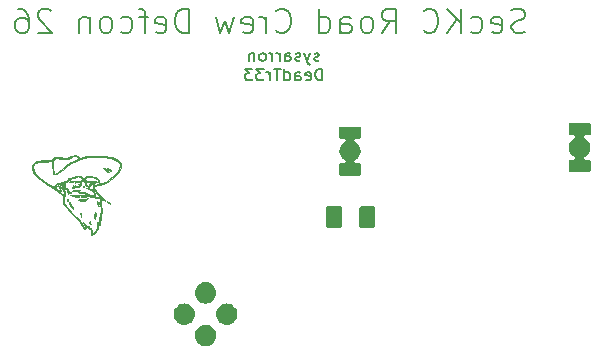
<source format=gbr>
G04 #@! TF.GenerationSoftware,KiCad,Pcbnew,(5.1.2)-1*
G04 #@! TF.CreationDate,2019-05-13T20:23:08-05:00*
G04 #@! TF.ProjectId,van-sao,76616e2d-7361-46f2-9e6b-696361645f70,rev?*
G04 #@! TF.SameCoordinates,Original*
G04 #@! TF.FileFunction,Soldermask,Bot*
G04 #@! TF.FilePolarity,Negative*
%FSLAX46Y46*%
G04 Gerber Fmt 4.6, Leading zero omitted, Abs format (unit mm)*
G04 Created by KiCad (PCBNEW (5.1.2)-1) date 2019-05-13 20:23:08*
%MOMM*%
%LPD*%
G04 APERTURE LIST*
%ADD10C,0.150000*%
%ADD11C,0.010000*%
%ADD12C,0.100000*%
G04 APERTURE END LIST*
D10*
X74591490Y-76097261D02*
X74496252Y-76144880D01*
X74305776Y-76144880D01*
X74210538Y-76097261D01*
X74162919Y-76002023D01*
X74162919Y-75954404D01*
X74210538Y-75859166D01*
X74305776Y-75811547D01*
X74448633Y-75811547D01*
X74543871Y-75763928D01*
X74591490Y-75668690D01*
X74591490Y-75621071D01*
X74543871Y-75525833D01*
X74448633Y-75478214D01*
X74305776Y-75478214D01*
X74210538Y-75525833D01*
X73829585Y-75478214D02*
X73591490Y-76144880D01*
X73353395Y-75478214D02*
X73591490Y-76144880D01*
X73686728Y-76382976D01*
X73734347Y-76430595D01*
X73829585Y-76478214D01*
X73020061Y-76097261D02*
X72924823Y-76144880D01*
X72734347Y-76144880D01*
X72639109Y-76097261D01*
X72591490Y-76002023D01*
X72591490Y-75954404D01*
X72639109Y-75859166D01*
X72734347Y-75811547D01*
X72877204Y-75811547D01*
X72972442Y-75763928D01*
X73020061Y-75668690D01*
X73020061Y-75621071D01*
X72972442Y-75525833D01*
X72877204Y-75478214D01*
X72734347Y-75478214D01*
X72639109Y-75525833D01*
X71734347Y-76144880D02*
X71734347Y-75621071D01*
X71781966Y-75525833D01*
X71877204Y-75478214D01*
X72067680Y-75478214D01*
X72162919Y-75525833D01*
X71734347Y-76097261D02*
X71829585Y-76144880D01*
X72067680Y-76144880D01*
X72162919Y-76097261D01*
X72210538Y-76002023D01*
X72210538Y-75906785D01*
X72162919Y-75811547D01*
X72067680Y-75763928D01*
X71829585Y-75763928D01*
X71734347Y-75716309D01*
X71258157Y-76144880D02*
X71258157Y-75478214D01*
X71258157Y-75668690D02*
X71210538Y-75573452D01*
X71162919Y-75525833D01*
X71067680Y-75478214D01*
X70972442Y-75478214D01*
X70639109Y-76144880D02*
X70639109Y-75478214D01*
X70639109Y-75668690D02*
X70591490Y-75573452D01*
X70543871Y-75525833D01*
X70448633Y-75478214D01*
X70353395Y-75478214D01*
X69877204Y-76144880D02*
X69972442Y-76097261D01*
X70020061Y-76049642D01*
X70067680Y-75954404D01*
X70067680Y-75668690D01*
X70020061Y-75573452D01*
X69972442Y-75525833D01*
X69877204Y-75478214D01*
X69734347Y-75478214D01*
X69639109Y-75525833D01*
X69591490Y-75573452D01*
X69543871Y-75668690D01*
X69543871Y-75954404D01*
X69591490Y-76049642D01*
X69639109Y-76097261D01*
X69734347Y-76144880D01*
X69877204Y-76144880D01*
X69115300Y-75478214D02*
X69115300Y-76144880D01*
X69115300Y-75573452D02*
X69067680Y-75525833D01*
X68972442Y-75478214D01*
X68829585Y-75478214D01*
X68734347Y-75525833D01*
X68686728Y-75621071D01*
X68686728Y-76144880D01*
X74853395Y-77794880D02*
X74853395Y-76794880D01*
X74615300Y-76794880D01*
X74472442Y-76842500D01*
X74377204Y-76937738D01*
X74329585Y-77032976D01*
X74281966Y-77223452D01*
X74281966Y-77366309D01*
X74329585Y-77556785D01*
X74377204Y-77652023D01*
X74472442Y-77747261D01*
X74615300Y-77794880D01*
X74853395Y-77794880D01*
X73472442Y-77747261D02*
X73567680Y-77794880D01*
X73758157Y-77794880D01*
X73853395Y-77747261D01*
X73901014Y-77652023D01*
X73901014Y-77271071D01*
X73853395Y-77175833D01*
X73758157Y-77128214D01*
X73567680Y-77128214D01*
X73472442Y-77175833D01*
X73424823Y-77271071D01*
X73424823Y-77366309D01*
X73901014Y-77461547D01*
X72567680Y-77794880D02*
X72567680Y-77271071D01*
X72615300Y-77175833D01*
X72710538Y-77128214D01*
X72901014Y-77128214D01*
X72996252Y-77175833D01*
X72567680Y-77747261D02*
X72662919Y-77794880D01*
X72901014Y-77794880D01*
X72996252Y-77747261D01*
X73043871Y-77652023D01*
X73043871Y-77556785D01*
X72996252Y-77461547D01*
X72901014Y-77413928D01*
X72662919Y-77413928D01*
X72567680Y-77366309D01*
X71662919Y-77794880D02*
X71662919Y-76794880D01*
X71662919Y-77747261D02*
X71758157Y-77794880D01*
X71948633Y-77794880D01*
X72043871Y-77747261D01*
X72091490Y-77699642D01*
X72139109Y-77604404D01*
X72139109Y-77318690D01*
X72091490Y-77223452D01*
X72043871Y-77175833D01*
X71948633Y-77128214D01*
X71758157Y-77128214D01*
X71662919Y-77175833D01*
X71329585Y-76794880D02*
X70758157Y-76794880D01*
X71043871Y-77794880D02*
X71043871Y-76794880D01*
X70424823Y-77794880D02*
X70424823Y-77128214D01*
X70424823Y-77318690D02*
X70377204Y-77223452D01*
X70329585Y-77175833D01*
X70234347Y-77128214D01*
X70139109Y-77128214D01*
X69901014Y-76794880D02*
X69281966Y-76794880D01*
X69615300Y-77175833D01*
X69472442Y-77175833D01*
X69377204Y-77223452D01*
X69329585Y-77271071D01*
X69281966Y-77366309D01*
X69281966Y-77604404D01*
X69329585Y-77699642D01*
X69377204Y-77747261D01*
X69472442Y-77794880D01*
X69758157Y-77794880D01*
X69853395Y-77747261D01*
X69901014Y-77699642D01*
X68948633Y-76794880D02*
X68329585Y-76794880D01*
X68662919Y-77175833D01*
X68520061Y-77175833D01*
X68424823Y-77223452D01*
X68377204Y-77271071D01*
X68329585Y-77366309D01*
X68329585Y-77604404D01*
X68377204Y-77699642D01*
X68424823Y-77747261D01*
X68520061Y-77794880D01*
X68805776Y-77794880D01*
X68901014Y-77747261D01*
X68948633Y-77699642D01*
X92018328Y-73664343D02*
X91732614Y-73759581D01*
X91256423Y-73759581D01*
X91065947Y-73664343D01*
X90970709Y-73569105D01*
X90875471Y-73378629D01*
X90875471Y-73188153D01*
X90970709Y-72997677D01*
X91065947Y-72902439D01*
X91256423Y-72807200D01*
X91637376Y-72711962D01*
X91827852Y-72616724D01*
X91923090Y-72521486D01*
X92018328Y-72331010D01*
X92018328Y-72140534D01*
X91923090Y-71950058D01*
X91827852Y-71854820D01*
X91637376Y-71759581D01*
X91161185Y-71759581D01*
X90875471Y-71854820D01*
X89256423Y-73664343D02*
X89446900Y-73759581D01*
X89827852Y-73759581D01*
X90018328Y-73664343D01*
X90113566Y-73473867D01*
X90113566Y-72711962D01*
X90018328Y-72521486D01*
X89827852Y-72426248D01*
X89446900Y-72426248D01*
X89256423Y-72521486D01*
X89161185Y-72711962D01*
X89161185Y-72902439D01*
X90113566Y-73092915D01*
X87446900Y-73664343D02*
X87637376Y-73759581D01*
X88018328Y-73759581D01*
X88208804Y-73664343D01*
X88304042Y-73569105D01*
X88399280Y-73378629D01*
X88399280Y-72807200D01*
X88304042Y-72616724D01*
X88208804Y-72521486D01*
X88018328Y-72426248D01*
X87637376Y-72426248D01*
X87446900Y-72521486D01*
X86589757Y-73759581D02*
X86589757Y-71759581D01*
X85446900Y-73759581D02*
X86304042Y-72616724D01*
X85446900Y-71759581D02*
X86589757Y-72902439D01*
X83446900Y-73569105D02*
X83542138Y-73664343D01*
X83827852Y-73759581D01*
X84018328Y-73759581D01*
X84304042Y-73664343D01*
X84494519Y-73473867D01*
X84589757Y-73283391D01*
X84684995Y-72902439D01*
X84684995Y-72616724D01*
X84589757Y-72235772D01*
X84494519Y-72045296D01*
X84304042Y-71854820D01*
X84018328Y-71759581D01*
X83827852Y-71759581D01*
X83542138Y-71854820D01*
X83446900Y-71950058D01*
X79923090Y-73759581D02*
X80589757Y-72807200D01*
X81065947Y-73759581D02*
X81065947Y-71759581D01*
X80304042Y-71759581D01*
X80113566Y-71854820D01*
X80018328Y-71950058D01*
X79923090Y-72140534D01*
X79923090Y-72426248D01*
X80018328Y-72616724D01*
X80113566Y-72711962D01*
X80304042Y-72807200D01*
X81065947Y-72807200D01*
X78780233Y-73759581D02*
X78970709Y-73664343D01*
X79065947Y-73569105D01*
X79161185Y-73378629D01*
X79161185Y-72807200D01*
X79065947Y-72616724D01*
X78970709Y-72521486D01*
X78780233Y-72426248D01*
X78494519Y-72426248D01*
X78304042Y-72521486D01*
X78208804Y-72616724D01*
X78113566Y-72807200D01*
X78113566Y-73378629D01*
X78208804Y-73569105D01*
X78304042Y-73664343D01*
X78494519Y-73759581D01*
X78780233Y-73759581D01*
X76399280Y-73759581D02*
X76399280Y-72711962D01*
X76494519Y-72521486D01*
X76684995Y-72426248D01*
X77065947Y-72426248D01*
X77256423Y-72521486D01*
X76399280Y-73664343D02*
X76589757Y-73759581D01*
X77065947Y-73759581D01*
X77256423Y-73664343D01*
X77351661Y-73473867D01*
X77351661Y-73283391D01*
X77256423Y-73092915D01*
X77065947Y-72997677D01*
X76589757Y-72997677D01*
X76399280Y-72902439D01*
X74589757Y-73759581D02*
X74589757Y-71759581D01*
X74589757Y-73664343D02*
X74780233Y-73759581D01*
X75161185Y-73759581D01*
X75351661Y-73664343D01*
X75446900Y-73569105D01*
X75542138Y-73378629D01*
X75542138Y-72807200D01*
X75446900Y-72616724D01*
X75351661Y-72521486D01*
X75161185Y-72426248D01*
X74780233Y-72426248D01*
X74589757Y-72521486D01*
X70970709Y-73569105D02*
X71065947Y-73664343D01*
X71351661Y-73759581D01*
X71542138Y-73759581D01*
X71827852Y-73664343D01*
X72018328Y-73473867D01*
X72113566Y-73283391D01*
X72208804Y-72902439D01*
X72208804Y-72616724D01*
X72113566Y-72235772D01*
X72018328Y-72045296D01*
X71827852Y-71854820D01*
X71542138Y-71759581D01*
X71351661Y-71759581D01*
X71065947Y-71854820D01*
X70970709Y-71950058D01*
X70113566Y-73759581D02*
X70113566Y-72426248D01*
X70113566Y-72807200D02*
X70018328Y-72616724D01*
X69923090Y-72521486D01*
X69732614Y-72426248D01*
X69542138Y-72426248D01*
X68113566Y-73664343D02*
X68304042Y-73759581D01*
X68684995Y-73759581D01*
X68875471Y-73664343D01*
X68970709Y-73473867D01*
X68970709Y-72711962D01*
X68875471Y-72521486D01*
X68684995Y-72426248D01*
X68304042Y-72426248D01*
X68113566Y-72521486D01*
X68018328Y-72711962D01*
X68018328Y-72902439D01*
X68970709Y-73092915D01*
X67351661Y-72426248D02*
X66970709Y-73759581D01*
X66589757Y-72807200D01*
X66208804Y-73759581D01*
X65827852Y-72426248D01*
X63542138Y-73759581D02*
X63542138Y-71759581D01*
X63065947Y-71759581D01*
X62780233Y-71854820D01*
X62589757Y-72045296D01*
X62494519Y-72235772D01*
X62399280Y-72616724D01*
X62399280Y-72902439D01*
X62494519Y-73283391D01*
X62589757Y-73473867D01*
X62780233Y-73664343D01*
X63065947Y-73759581D01*
X63542138Y-73759581D01*
X60780233Y-73664343D02*
X60970709Y-73759581D01*
X61351661Y-73759581D01*
X61542138Y-73664343D01*
X61637376Y-73473867D01*
X61637376Y-72711962D01*
X61542138Y-72521486D01*
X61351661Y-72426248D01*
X60970709Y-72426248D01*
X60780233Y-72521486D01*
X60684995Y-72711962D01*
X60684995Y-72902439D01*
X61637376Y-73092915D01*
X60113566Y-72426248D02*
X59351661Y-72426248D01*
X59827852Y-73759581D02*
X59827852Y-72045296D01*
X59732614Y-71854820D01*
X59542138Y-71759581D01*
X59351661Y-71759581D01*
X57827852Y-73664343D02*
X58018328Y-73759581D01*
X58399280Y-73759581D01*
X58589757Y-73664343D01*
X58684995Y-73569105D01*
X58780233Y-73378629D01*
X58780233Y-72807200D01*
X58684995Y-72616724D01*
X58589757Y-72521486D01*
X58399280Y-72426248D01*
X58018328Y-72426248D01*
X57827852Y-72521486D01*
X56684995Y-73759581D02*
X56875471Y-73664343D01*
X56970709Y-73569105D01*
X57065947Y-73378629D01*
X57065947Y-72807200D01*
X56970709Y-72616724D01*
X56875471Y-72521486D01*
X56684995Y-72426248D01*
X56399280Y-72426248D01*
X56208804Y-72521486D01*
X56113566Y-72616724D01*
X56018328Y-72807200D01*
X56018328Y-73378629D01*
X56113566Y-73569105D01*
X56208804Y-73664343D01*
X56399280Y-73759581D01*
X56684995Y-73759581D01*
X55161185Y-72426248D02*
X55161185Y-73759581D01*
X55161185Y-72616724D02*
X55065947Y-72521486D01*
X54875471Y-72426248D01*
X54589757Y-72426248D01*
X54399280Y-72521486D01*
X54304042Y-72711962D01*
X54304042Y-73759581D01*
X51923090Y-71950058D02*
X51827852Y-71854820D01*
X51637376Y-71759581D01*
X51161185Y-71759581D01*
X50970709Y-71854820D01*
X50875471Y-71950058D01*
X50780233Y-72140534D01*
X50780233Y-72331010D01*
X50875471Y-72616724D01*
X52018328Y-73759581D01*
X50780233Y-73759581D01*
X49065947Y-71759581D02*
X49446900Y-71759581D01*
X49637376Y-71854820D01*
X49732614Y-71950058D01*
X49923090Y-72235772D01*
X50018328Y-72616724D01*
X50018328Y-73378629D01*
X49923090Y-73569105D01*
X49827852Y-73664343D01*
X49637376Y-73759581D01*
X49256423Y-73759581D01*
X49065947Y-73664343D01*
X48970709Y-73569105D01*
X48875471Y-73378629D01*
X48875471Y-72902439D01*
X48970709Y-72711962D01*
X49065947Y-72616724D01*
X49256423Y-72521486D01*
X49637376Y-72521486D01*
X49827852Y-72616724D01*
X49923090Y-72711962D01*
X50018328Y-72902439D01*
D11*
G36*
X52560677Y-86716800D02*
G01*
X52671218Y-86760054D01*
X52679831Y-86764423D01*
X52764583Y-86812745D01*
X52781857Y-86846149D01*
X52740759Y-86885819D01*
X52734110Y-86890712D01*
X52681771Y-86946705D01*
X52688473Y-87017803D01*
X52703974Y-87054789D01*
X52725939Y-87135886D01*
X52703982Y-87163789D01*
X52655556Y-87133111D01*
X52635886Y-87074761D01*
X52627344Y-86972773D01*
X52627334Y-86968961D01*
X52606555Y-86855220D01*
X52555248Y-86774011D01*
X52489955Y-86746723D01*
X52462780Y-86756213D01*
X52406716Y-86752016D01*
X52394927Y-86738691D01*
X52400437Y-86704123D01*
X52463051Y-86697492D01*
X52560677Y-86716800D01*
X52560677Y-86716800D01*
G37*
X52560677Y-86716800D02*
X52671218Y-86760054D01*
X52679831Y-86764423D01*
X52764583Y-86812745D01*
X52781857Y-86846149D01*
X52740759Y-86885819D01*
X52734110Y-86890712D01*
X52681771Y-86946705D01*
X52688473Y-87017803D01*
X52703974Y-87054789D01*
X52725939Y-87135886D01*
X52703982Y-87163789D01*
X52655556Y-87133111D01*
X52635886Y-87074761D01*
X52627344Y-86972773D01*
X52627334Y-86968961D01*
X52606555Y-86855220D01*
X52555248Y-86774011D01*
X52489955Y-86746723D01*
X52462780Y-86756213D01*
X52406716Y-86752016D01*
X52394927Y-86738691D01*
X52400437Y-86704123D01*
X52463051Y-86697492D01*
X52560677Y-86716800D01*
G36*
X56700506Y-85248572D02*
G01*
X56782798Y-85291052D01*
X56837384Y-85299315D01*
X56894228Y-85306158D01*
X56873108Y-85332713D01*
X56860667Y-85341000D01*
X56827421Y-85371880D01*
X56869466Y-85382215D01*
X56892417Y-85382685D01*
X56969406Y-85407352D01*
X56987667Y-85446834D01*
X56962231Y-85503008D01*
X56889008Y-85493763D01*
X56772621Y-85420173D01*
X56732068Y-85387463D01*
X56651361Y-85307929D01*
X56615054Y-85247419D01*
X56617956Y-85231535D01*
X56670340Y-85227656D01*
X56700506Y-85248572D01*
X56700506Y-85248572D01*
G37*
X56700506Y-85248572D02*
X56782798Y-85291052D01*
X56837384Y-85299315D01*
X56894228Y-85306158D01*
X56873108Y-85332713D01*
X56860667Y-85341000D01*
X56827421Y-85371880D01*
X56869466Y-85382215D01*
X56892417Y-85382685D01*
X56969406Y-85407352D01*
X56987667Y-85446834D01*
X56962231Y-85503008D01*
X56889008Y-85493763D01*
X56772621Y-85420173D01*
X56732068Y-85387463D01*
X56651361Y-85307929D01*
X56615054Y-85247419D01*
X56617956Y-85231535D01*
X56670340Y-85227656D01*
X56700506Y-85248572D01*
G36*
X56324110Y-85194859D02*
G01*
X56419139Y-85251295D01*
X56533688Y-85331245D01*
X56645824Y-85418403D01*
X56733612Y-85496462D01*
X56775119Y-85549115D01*
X56776000Y-85554038D01*
X56764941Y-85586437D01*
X56724889Y-85580056D01*
X56645536Y-85529408D01*
X56516572Y-85429005D01*
X56470187Y-85391245D01*
X56359732Y-85294756D01*
X56287873Y-85219922D01*
X56267558Y-85180555D01*
X56270536Y-85178245D01*
X56324110Y-85194859D01*
X56324110Y-85194859D01*
G37*
X56324110Y-85194859D02*
X56419139Y-85251295D01*
X56533688Y-85331245D01*
X56645824Y-85418403D01*
X56733612Y-85496462D01*
X56775119Y-85549115D01*
X56776000Y-85554038D01*
X56764941Y-85586437D01*
X56724889Y-85580056D01*
X56645536Y-85529408D01*
X56516572Y-85429005D01*
X56470187Y-85391245D01*
X56359732Y-85294756D01*
X56287873Y-85219922D01*
X56267558Y-85180555D01*
X56270536Y-85178245D01*
X56324110Y-85194859D01*
G36*
X53870281Y-86296007D02*
G01*
X53896108Y-86303813D01*
X53883951Y-86335194D01*
X53853774Y-86358654D01*
X53770261Y-86385987D01*
X53654512Y-86397294D01*
X53541374Y-86392361D01*
X53465695Y-86370976D01*
X53455358Y-86361084D01*
X53481086Y-86340648D01*
X53563424Y-86320287D01*
X53674391Y-86303636D01*
X53786004Y-86294330D01*
X53870281Y-86296007D01*
X53870281Y-86296007D01*
G37*
X53870281Y-86296007D02*
X53896108Y-86303813D01*
X53883951Y-86335194D01*
X53853774Y-86358654D01*
X53770261Y-86385987D01*
X53654512Y-86397294D01*
X53541374Y-86392361D01*
X53465695Y-86370976D01*
X53455358Y-86361084D01*
X53481086Y-86340648D01*
X53563424Y-86320287D01*
X53674391Y-86303636D01*
X53786004Y-86294330D01*
X53870281Y-86296007D01*
G36*
X54726224Y-86757912D02*
G01*
X54722834Y-86780334D01*
X54686623Y-86820675D01*
X54680500Y-86822667D01*
X54646843Y-86793141D01*
X54638167Y-86780334D01*
X54648220Y-86744469D01*
X54680500Y-86738000D01*
X54726224Y-86757912D01*
X54726224Y-86757912D01*
G37*
X54726224Y-86757912D02*
X54722834Y-86780334D01*
X54686623Y-86820675D01*
X54680500Y-86822667D01*
X54646843Y-86793141D01*
X54638167Y-86780334D01*
X54648220Y-86744469D01*
X54680500Y-86738000D01*
X54726224Y-86757912D01*
G36*
X53805082Y-86841558D02*
G01*
X53833834Y-86865000D01*
X53821217Y-86898634D01*
X53775330Y-86907334D01*
X53693252Y-86888443D01*
X53664500Y-86865000D01*
X53677116Y-86831366D01*
X53723003Y-86822667D01*
X53805082Y-86841558D01*
X53805082Y-86841558D01*
G37*
X53805082Y-86841558D02*
X53833834Y-86865000D01*
X53821217Y-86898634D01*
X53775330Y-86907334D01*
X53693252Y-86888443D01*
X53664500Y-86865000D01*
X53677116Y-86831366D01*
X53723003Y-86822667D01*
X53805082Y-86841558D01*
G36*
X53554849Y-87254816D02*
G01*
X53549660Y-87294186D01*
X53526344Y-87326053D01*
X53498678Y-87294015D01*
X53483145Y-87231693D01*
X53490928Y-87214961D01*
X53532778Y-87208010D01*
X53554849Y-87254816D01*
X53554849Y-87254816D01*
G37*
X53554849Y-87254816D02*
X53549660Y-87294186D01*
X53526344Y-87326053D01*
X53498678Y-87294015D01*
X53483145Y-87231693D01*
X53490928Y-87214961D01*
X53532778Y-87208010D01*
X53554849Y-87254816D01*
G36*
X53967613Y-87465000D02*
G01*
X54173985Y-87469323D01*
X54379327Y-87476668D01*
X54566532Y-87486621D01*
X54718490Y-87498766D01*
X54818092Y-87512688D01*
X54841328Y-87519445D01*
X54898494Y-87577228D01*
X54904417Y-87621744D01*
X54873954Y-87664165D01*
X54791609Y-87689696D01*
X54644782Y-87703302D01*
X54507666Y-87708301D01*
X54437380Y-87701012D01*
X54416326Y-87675480D01*
X54425796Y-87629219D01*
X54426864Y-87614661D01*
X54676555Y-87614661D01*
X54682308Y-87629925D01*
X54734767Y-87664216D01*
X54798435Y-87663719D01*
X54828667Y-87629499D01*
X54795203Y-87570476D01*
X54726081Y-87554302D01*
X54700976Y-87563927D01*
X54676555Y-87614661D01*
X54426864Y-87614661D01*
X54430778Y-87561347D01*
X54373912Y-87542367D01*
X54369315Y-87542334D01*
X54251037Y-87556585D01*
X54176846Y-87591020D01*
X54157721Y-87633163D01*
X54204643Y-87670537D01*
X54246584Y-87681791D01*
X54295007Y-87694723D01*
X54264273Y-87701746D01*
X54214834Y-87703922D01*
X54101024Y-87690427D01*
X53953817Y-87651844D01*
X53876167Y-87624337D01*
X53736770Y-87574753D01*
X53615621Y-87540613D01*
X53569250Y-87532417D01*
X53494779Y-87511498D01*
X53474000Y-87486244D01*
X53513405Y-87474321D01*
X53620215Y-87467084D01*
X53777320Y-87464115D01*
X53967613Y-87465000D01*
X53967613Y-87465000D01*
G37*
X53967613Y-87465000D02*
X54173985Y-87469323D01*
X54379327Y-87476668D01*
X54566532Y-87486621D01*
X54718490Y-87498766D01*
X54818092Y-87512688D01*
X54841328Y-87519445D01*
X54898494Y-87577228D01*
X54904417Y-87621744D01*
X54873954Y-87664165D01*
X54791609Y-87689696D01*
X54644782Y-87703302D01*
X54507666Y-87708301D01*
X54437380Y-87701012D01*
X54416326Y-87675480D01*
X54425796Y-87629219D01*
X54426864Y-87614661D01*
X54676555Y-87614661D01*
X54682308Y-87629925D01*
X54734767Y-87664216D01*
X54798435Y-87663719D01*
X54828667Y-87629499D01*
X54795203Y-87570476D01*
X54726081Y-87554302D01*
X54700976Y-87563927D01*
X54676555Y-87614661D01*
X54426864Y-87614661D01*
X54430778Y-87561347D01*
X54373912Y-87542367D01*
X54369315Y-87542334D01*
X54251037Y-87556585D01*
X54176846Y-87591020D01*
X54157721Y-87633163D01*
X54204643Y-87670537D01*
X54246584Y-87681791D01*
X54295007Y-87694723D01*
X54264273Y-87701746D01*
X54214834Y-87703922D01*
X54101024Y-87690427D01*
X53953817Y-87651844D01*
X53876167Y-87624337D01*
X53736770Y-87574753D01*
X53615621Y-87540613D01*
X53569250Y-87532417D01*
X53494779Y-87511498D01*
X53474000Y-87486244D01*
X53513405Y-87474321D01*
X53620215Y-87467084D01*
X53777320Y-87464115D01*
X53967613Y-87465000D01*
G36*
X54997352Y-87779189D02*
G01*
X54957208Y-87871708D01*
X54852869Y-87943092D01*
X54703332Y-87987935D01*
X54527594Y-88000831D01*
X54344654Y-87976372D01*
X54323805Y-87970863D01*
X54225644Y-87934014D01*
X54206515Y-87903339D01*
X54260850Y-87881672D01*
X54383081Y-87871844D01*
X54514479Y-87873881D01*
X54692058Y-87877503D01*
X54807408Y-87867322D01*
X54882303Y-87840120D01*
X54916756Y-87814403D01*
X54975748Y-87772969D01*
X54997352Y-87779189D01*
X54997352Y-87779189D01*
G37*
X54997352Y-87779189D02*
X54957208Y-87871708D01*
X54852869Y-87943092D01*
X54703332Y-87987935D01*
X54527594Y-88000831D01*
X54344654Y-87976372D01*
X54323805Y-87970863D01*
X54225644Y-87934014D01*
X54206515Y-87903339D01*
X54260850Y-87881672D01*
X54383081Y-87871844D01*
X54514479Y-87873881D01*
X54692058Y-87877503D01*
X54807408Y-87867322D01*
X54882303Y-87840120D01*
X54916756Y-87814403D01*
X54975748Y-87772969D01*
X54997352Y-87779189D01*
G36*
X53300800Y-87873572D02*
G01*
X53316933Y-87923334D01*
X53319307Y-87990837D01*
X53300704Y-88008000D01*
X53269517Y-87972509D01*
X53262334Y-87923334D01*
X53269162Y-87854422D01*
X53278563Y-87838667D01*
X53300800Y-87873572D01*
X53300800Y-87873572D01*
G37*
X53300800Y-87873572D02*
X53316933Y-87923334D01*
X53319307Y-87990837D01*
X53300704Y-88008000D01*
X53269517Y-87972509D01*
X53262334Y-87923334D01*
X53269162Y-87854422D01*
X53278563Y-87838667D01*
X53300800Y-87873572D01*
G36*
X55809731Y-88007048D02*
G01*
X55810074Y-88008000D01*
X55874251Y-88199453D01*
X55910687Y-88333135D01*
X55919103Y-88404052D01*
X55899219Y-88407210D01*
X55850756Y-88337614D01*
X55826051Y-88293400D01*
X55780298Y-88171505D01*
X55768225Y-88059000D01*
X55769467Y-88049730D01*
X55788440Y-87986391D01*
X55809731Y-88007048D01*
X55809731Y-88007048D01*
G37*
X55809731Y-88007048D02*
X55810074Y-88008000D01*
X55874251Y-88199453D01*
X55910687Y-88333135D01*
X55919103Y-88404052D01*
X55899219Y-88407210D01*
X55850756Y-88337614D01*
X55826051Y-88293400D01*
X55780298Y-88171505D01*
X55768225Y-88059000D01*
X55769467Y-88049730D01*
X55788440Y-87986391D01*
X55809731Y-88007048D01*
G36*
X53464954Y-88093611D02*
G01*
X53510230Y-88195352D01*
X53585469Y-88316303D01*
X53608679Y-88347799D01*
X53678745Y-88450510D01*
X53741427Y-88561539D01*
X53785773Y-88658355D01*
X53800832Y-88718428D01*
X53793335Y-88727667D01*
X53760581Y-88696521D01*
X53700137Y-88618908D01*
X53679520Y-88590084D01*
X53602436Y-88489504D01*
X53535530Y-88416974D01*
X53525663Y-88408682D01*
X53487072Y-88342084D01*
X53457927Y-88226597D01*
X53451562Y-88175848D01*
X53445915Y-88077863D01*
X53453297Y-88060622D01*
X53464954Y-88093611D01*
X53464954Y-88093611D01*
G37*
X53464954Y-88093611D02*
X53510230Y-88195352D01*
X53585469Y-88316303D01*
X53608679Y-88347799D01*
X53678745Y-88450510D01*
X53741427Y-88561539D01*
X53785773Y-88658355D01*
X53800832Y-88718428D01*
X53793335Y-88727667D01*
X53760581Y-88696521D01*
X53700137Y-88618908D01*
X53679520Y-88590084D01*
X53602436Y-88489504D01*
X53535530Y-88416974D01*
X53525663Y-88408682D01*
X53487072Y-88342084D01*
X53457927Y-88226597D01*
X53451562Y-88175848D01*
X53445915Y-88077863D01*
X53453297Y-88060622D01*
X53464954Y-88093611D01*
G36*
X54400912Y-89059848D02*
G01*
X54432918Y-89142860D01*
X54447667Y-89193334D01*
X54476441Y-89321836D01*
X54478892Y-89381514D01*
X54459583Y-89367801D01*
X54423081Y-89276131D01*
X54409182Y-89231818D01*
X54381765Y-89120739D01*
X54374727Y-89048085D01*
X54378450Y-89036772D01*
X54400912Y-89059848D01*
X54400912Y-89059848D01*
G37*
X54400912Y-89059848D02*
X54432918Y-89142860D01*
X54447667Y-89193334D01*
X54476441Y-89321836D01*
X54478892Y-89381514D01*
X54459583Y-89367801D01*
X54423081Y-89276131D01*
X54409182Y-89231818D01*
X54381765Y-89120739D01*
X54374727Y-89048085D01*
X54378450Y-89036772D01*
X54400912Y-89059848D01*
G36*
X55670755Y-89023234D02*
G01*
X55692407Y-89129571D01*
X55692614Y-89238340D01*
X55670491Y-89305002D01*
X55640108Y-89391471D01*
X55643982Y-89442422D01*
X55646777Y-89534848D01*
X55633258Y-89573916D01*
X55608951Y-89569585D01*
X55583923Y-89494365D01*
X55572653Y-89432437D01*
X55561742Y-89296388D01*
X55565554Y-89159261D01*
X55581283Y-89043329D01*
X55606124Y-88970861D01*
X55632174Y-88959990D01*
X55670755Y-89023234D01*
X55670755Y-89023234D01*
G37*
X55670755Y-89023234D02*
X55692407Y-89129571D01*
X55692614Y-89238340D01*
X55670491Y-89305002D01*
X55640108Y-89391471D01*
X55643982Y-89442422D01*
X55646777Y-89534848D01*
X55633258Y-89573916D01*
X55608951Y-89569585D01*
X55583923Y-89494365D01*
X55572653Y-89432437D01*
X55561742Y-89296388D01*
X55565554Y-89159261D01*
X55581283Y-89043329D01*
X55606124Y-88970861D01*
X55632174Y-88959990D01*
X55670755Y-89023234D01*
G36*
X55204210Y-89778116D02*
G01*
X55238470Y-89851791D01*
X55249277Y-89920178D01*
X55242460Y-89936652D01*
X55202881Y-89926818D01*
X55175095Y-89903828D01*
X55132609Y-89833198D01*
X55130403Y-89768302D01*
X55164481Y-89743667D01*
X55204210Y-89778116D01*
X55204210Y-89778116D01*
G37*
X55204210Y-89778116D02*
X55238470Y-89851791D01*
X55249277Y-89920178D01*
X55242460Y-89936652D01*
X55202881Y-89926818D01*
X55175095Y-89903828D01*
X55132609Y-89833198D01*
X55130403Y-89768302D01*
X55164481Y-89743667D01*
X55204210Y-89778116D01*
G36*
X56737567Y-88073001D02*
G01*
X56814344Y-88124414D01*
X56879040Y-88183824D01*
X56904308Y-88228959D01*
X56901346Y-88235316D01*
X56857630Y-88226170D01*
X56777458Y-88174896D01*
X56753179Y-88155816D01*
X56685451Y-88091413D01*
X56668408Y-88054860D01*
X56676060Y-88051856D01*
X56737567Y-88073001D01*
X56737567Y-88073001D01*
G37*
X56737567Y-88073001D02*
X56814344Y-88124414D01*
X56879040Y-88183824D01*
X56904308Y-88228959D01*
X56901346Y-88235316D01*
X56857630Y-88226170D01*
X56777458Y-88174896D01*
X56753179Y-88155816D01*
X56685451Y-88091413D01*
X56668408Y-88054860D01*
X56676060Y-88051856D01*
X56737567Y-88073001D01*
G36*
X53985977Y-84127803D02*
G01*
X54077796Y-84170179D01*
X54161859Y-84236669D01*
X54302330Y-84360004D01*
X54724248Y-84255129D01*
X54885639Y-84216648D01*
X55023579Y-84189563D01*
X55157612Y-84172462D01*
X55307282Y-84163932D01*
X55492130Y-84162560D01*
X55731702Y-84166934D01*
X55887000Y-84171084D01*
X56263507Y-84186497D01*
X56570887Y-84211112D01*
X56824424Y-84247597D01*
X57039405Y-84298620D01*
X57231116Y-84366849D01*
X57365194Y-84429074D01*
X57548179Y-84547757D01*
X57701693Y-84695913D01*
X57807298Y-84852937D01*
X57843972Y-84964149D01*
X57831860Y-85155227D01*
X57748228Y-85369822D01*
X57599790Y-85599076D01*
X57393258Y-85834134D01*
X57135346Y-86066136D01*
X56851193Y-86274090D01*
X56547784Y-86457673D01*
X56272483Y-86583572D01*
X56001729Y-86661178D01*
X55803275Y-86691688D01*
X55665127Y-86711742D01*
X55591091Y-86740117D01*
X55560620Y-86786265D01*
X55556897Y-86805030D01*
X55576774Y-86878736D01*
X55641301Y-86999295D01*
X55738573Y-87150553D01*
X55856686Y-87316355D01*
X55983736Y-87480545D01*
X56107819Y-87626967D01*
X56217031Y-87739468D01*
X56285812Y-87794260D01*
X56391754Y-87867106D01*
X56469892Y-87933548D01*
X56478405Y-87942980D01*
X56496416Y-87975302D01*
X56461435Y-87973956D01*
X56361739Y-87938230D01*
X56354696Y-87935470D01*
X56230190Y-87898352D01*
X56152196Y-87899418D01*
X56142760Y-87905752D01*
X56130739Y-87963174D01*
X56129244Y-88089881D01*
X56138019Y-88271179D01*
X56152156Y-88444542D01*
X56173071Y-88715402D01*
X56177700Y-88924626D01*
X56166008Y-89093672D01*
X56151019Y-89185375D01*
X56121412Y-89358055D01*
X56092661Y-89565995D01*
X56073784Y-89736502D01*
X56056488Y-89895981D01*
X56037894Y-89986993D01*
X56012015Y-90025613D01*
X55972865Y-90027910D01*
X55965860Y-90026216D01*
X55913719Y-90025603D01*
X55891193Y-90073685D01*
X55887000Y-90163706D01*
X55862712Y-90299479D01*
X55798025Y-90447123D01*
X55705206Y-90592594D01*
X55596522Y-90721846D01*
X55484239Y-90820834D01*
X55380625Y-90875513D01*
X55297945Y-90871838D01*
X55280222Y-90858445D01*
X55263670Y-90802740D01*
X55253516Y-90693126D01*
X55252000Y-90625611D01*
X55242068Y-90489377D01*
X55213695Y-90425010D01*
X55201400Y-90421000D01*
X55140543Y-90393848D01*
X55052561Y-90326436D01*
X55028751Y-90304584D01*
X54906702Y-90188167D01*
X54829149Y-90283417D01*
X54758496Y-90352567D01*
X54705899Y-90378667D01*
X54666183Y-90343312D01*
X54604491Y-90250240D01*
X54533605Y-90118937D01*
X54527811Y-90107141D01*
X54439704Y-89947249D01*
X54341282Y-89799651D01*
X54262794Y-89705929D01*
X54160197Y-89606305D01*
X54028106Y-89478953D01*
X53918500Y-89373831D01*
X53810309Y-89264450D01*
X53665302Y-89109595D01*
X53501192Y-88928562D01*
X53335689Y-88740647D01*
X53309677Y-88710551D01*
X52912521Y-88249683D01*
X52940328Y-87916256D01*
X52952322Y-87747187D01*
X52951993Y-87643737D01*
X52936921Y-87587439D01*
X52904685Y-87559825D01*
X52892984Y-87554988D01*
X52819887Y-87509378D01*
X52719736Y-87425251D01*
X52668662Y-87375990D01*
X52587743Y-87307560D01*
X52448190Y-87204012D01*
X52263423Y-87074692D01*
X52046859Y-86928945D01*
X51971861Y-86880159D01*
X52229075Y-86880159D01*
X52374469Y-86988996D01*
X52489984Y-87084588D01*
X52622793Y-87207254D01*
X52690015Y-87274473D01*
X52816808Y-87388799D01*
X52918332Y-87446631D01*
X52985219Y-87444756D01*
X53008149Y-87383584D01*
X52988769Y-87263699D01*
X52938708Y-87103421D01*
X52869408Y-86930055D01*
X52792310Y-86770906D01*
X52718857Y-86653281D01*
X52687875Y-86619260D01*
X52552890Y-86538807D01*
X52434354Y-86540535D01*
X52338026Y-86623069D01*
X52292128Y-86713829D01*
X52229075Y-86880159D01*
X51971861Y-86880159D01*
X51811918Y-86776117D01*
X51758495Y-86742091D01*
X51371530Y-86488137D01*
X51055921Y-86261440D01*
X50805061Y-86056232D01*
X50612343Y-85866751D01*
X50471162Y-85687230D01*
X50392314Y-85549885D01*
X50319336Y-85330777D01*
X50308402Y-85155518D01*
X50383667Y-85155518D01*
X50423615Y-85374282D01*
X50539527Y-85608121D01*
X50725506Y-85850495D01*
X50975656Y-86094866D01*
X51284079Y-86334695D01*
X51644878Y-86563443D01*
X51662421Y-86573469D01*
X52154580Y-86853437D01*
X52223699Y-86672451D01*
X52294160Y-86531250D01*
X52377148Y-86463829D01*
X52488251Y-86459358D01*
X52520351Y-86466328D01*
X52618573Y-86468068D01*
X52760844Y-86445137D01*
X52918052Y-86405376D01*
X53061082Y-86356623D01*
X53160821Y-86306718D01*
X53182128Y-86288124D01*
X53254135Y-86237408D01*
X53288684Y-86230000D01*
X53335050Y-86194485D01*
X53347000Y-86140150D01*
X53356269Y-86078995D01*
X53395781Y-86091277D01*
X53410500Y-86103000D01*
X53463717Y-86164111D01*
X53474000Y-86192850D01*
X53439636Y-86225832D01*
X53410500Y-86230000D01*
X53354338Y-86262203D01*
X53347000Y-86290217D01*
X53310675Y-86341595D01*
X53221067Y-86391314D01*
X53198834Y-86399334D01*
X53085357Y-86452534D01*
X53044318Y-86521279D01*
X53052895Y-86589834D01*
X53063103Y-86660072D01*
X53069441Y-86759167D01*
X53087633Y-86852899D01*
X53137221Y-86875773D01*
X53139363Y-86875451D01*
X53228126Y-86899692D01*
X53311939Y-86985632D01*
X53374408Y-87111080D01*
X53398041Y-87225565D01*
X53394935Y-87334102D01*
X53374152Y-87403399D01*
X53345963Y-87420720D01*
X53320639Y-87373327D01*
X53313281Y-87330667D01*
X53278308Y-87170673D01*
X53221476Y-87052317D01*
X53152850Y-86994684D01*
X53134727Y-86992000D01*
X53055401Y-86954380D01*
X53013443Y-86848315D01*
X53008334Y-86776871D01*
X52987964Y-86710017D01*
X52961411Y-86695667D01*
X52933292Y-86660842D01*
X52941051Y-86589834D01*
X52947325Y-86507809D01*
X52905805Y-86484000D01*
X52829716Y-86511963D01*
X52816456Y-86580342D01*
X52856020Y-86648751D01*
X52910042Y-86737161D01*
X52923667Y-86795308D01*
X52937183Y-86872567D01*
X52972146Y-86998117D01*
X53008334Y-87108007D01*
X53054614Y-87264086D01*
X53083259Y-87409707D01*
X53092738Y-87526901D01*
X53081526Y-87597699D01*
X53050667Y-87605834D01*
X53023026Y-87626659D01*
X53004825Y-87718971D01*
X53000579Y-87783252D01*
X52996554Y-87978282D01*
X53004721Y-88108455D01*
X53028710Y-88193146D01*
X53072152Y-88251731D01*
X53091557Y-88268786D01*
X53156026Y-88330633D01*
X53177667Y-88366296D01*
X53203300Y-88412462D01*
X53272273Y-88507964D01*
X53372695Y-88637967D01*
X53492678Y-88787633D01*
X53620332Y-88942127D01*
X53743767Y-89086611D01*
X53848921Y-89203917D01*
X53955879Y-89308593D01*
X54049470Y-89382274D01*
X54104210Y-89407620D01*
X54169449Y-89444496D01*
X54261900Y-89541355D01*
X54369769Y-89683032D01*
X54481259Y-89854365D01*
X54561096Y-89994967D01*
X54646289Y-90146479D01*
X54702583Y-90223504D01*
X54733854Y-90229618D01*
X54743979Y-90168398D01*
X54744000Y-90163708D01*
X54712766Y-90055753D01*
X54659334Y-89986323D01*
X54590341Y-89907761D01*
X54579951Y-89849795D01*
X54627584Y-89829334D01*
X54681745Y-89861526D01*
X54760356Y-89942349D01*
X54805038Y-89998667D01*
X54912287Y-90121317D01*
X54993532Y-90164601D01*
X55048074Y-90128198D01*
X55054630Y-90114084D01*
X55072004Y-90106099D01*
X55079325Y-90152954D01*
X55097571Y-90288506D01*
X55138326Y-90347637D01*
X55196670Y-90329553D01*
X55262671Y-90307411D01*
X55308184Y-90365740D01*
X55332260Y-90502630D01*
X55336019Y-90609909D01*
X55336667Y-90819984D01*
X55549408Y-90610442D01*
X55696823Y-90442500D01*
X55788766Y-90287983D01*
X55805209Y-90240989D01*
X55827079Y-90087324D01*
X55821627Y-89931766D01*
X55820166Y-89922956D01*
X55806749Y-89825126D01*
X55817355Y-89796676D01*
X55847999Y-89817750D01*
X55916958Y-89865510D01*
X55956037Y-89844738D01*
X55968404Y-89750472D01*
X55962843Y-89637834D01*
X55958522Y-89498844D01*
X55970746Y-89417967D01*
X55996233Y-89404218D01*
X56028297Y-89457917D01*
X56040576Y-89450629D01*
X56049757Y-89376140D01*
X56052991Y-89291082D01*
X56063415Y-89160823D01*
X56086430Y-89067745D01*
X56104020Y-89041858D01*
X56129970Y-88981911D01*
X56135191Y-88862705D01*
X56121939Y-88706467D01*
X56092473Y-88535427D01*
X56049051Y-88371811D01*
X56030654Y-88319574D01*
X55988283Y-88190939D01*
X55984895Y-88122469D01*
X56005313Y-88102618D01*
X56033611Y-88058984D01*
X56052199Y-87972583D01*
X56057978Y-87878051D01*
X56047848Y-87810022D01*
X56032724Y-87796334D01*
X55981444Y-87788258D01*
X55868362Y-87766885D01*
X55714498Y-87736494D01*
X55540872Y-87701367D01*
X55368505Y-87665782D01*
X55218417Y-87634021D01*
X55111627Y-87610364D01*
X55075799Y-87601478D01*
X55002112Y-87564041D01*
X54896032Y-87492292D01*
X54842965Y-87451679D01*
X54731928Y-87372378D01*
X54637610Y-87339861D01*
X54516360Y-87341551D01*
X54475930Y-87345938D01*
X54344777Y-87355151D01*
X54261458Y-87337251D01*
X54190915Y-87282376D01*
X54169251Y-87259660D01*
X54097464Y-87193743D01*
X54023065Y-87166437D01*
X53911884Y-87168393D01*
X53857432Y-87174321D01*
X53733116Y-87185056D01*
X53675619Y-87176489D01*
X53668644Y-87145432D01*
X53671223Y-87137912D01*
X53727882Y-87086854D01*
X53785446Y-87073116D01*
X54037713Y-87064775D01*
X54212870Y-87062785D01*
X54318248Y-87067263D01*
X54361173Y-87078325D01*
X54363008Y-87082313D01*
X54327727Y-87113029D01*
X54267750Y-87135925D01*
X54201428Y-87160335D01*
X54212150Y-87191524D01*
X54250964Y-87222816D01*
X54342490Y-87260832D01*
X54439902Y-87240905D01*
X54505934Y-87226108D01*
X54583860Y-87235983D01*
X54692895Y-87276090D01*
X54852256Y-87351991D01*
X54890605Y-87371320D01*
X55051337Y-87448540D01*
X55190425Y-87507711D01*
X55285934Y-87539803D01*
X55307700Y-87543036D01*
X55422311Y-87518779D01*
X55512678Y-87461011D01*
X55548334Y-87390656D01*
X55511419Y-87305814D01*
X55411760Y-87203515D01*
X55362844Y-87167364D01*
X55558118Y-87167364D01*
X55573357Y-87235417D01*
X55598131Y-87365741D01*
X55606477Y-87490458D01*
X55617760Y-87590978D01*
X55666975Y-87638515D01*
X55714447Y-87652228D01*
X55834085Y-87683783D01*
X55908167Y-87709061D01*
X55980451Y-87725141D01*
X55999485Y-87692245D01*
X55964192Y-87606301D01*
X55873497Y-87463241D01*
X55824949Y-87393987D01*
X55705730Y-87237280D01*
X55619518Y-87146013D01*
X55569314Y-87122077D01*
X55558118Y-87167364D01*
X55362844Y-87167364D01*
X55265980Y-87095779D01*
X55090704Y-86994625D01*
X54902555Y-86912074D01*
X54871000Y-86900930D01*
X54819957Y-86880235D01*
X54842790Y-86875810D01*
X54929218Y-86884347D01*
X55079013Y-86917532D01*
X55234100Y-86973909D01*
X55256134Y-86984310D01*
X55360430Y-87028895D01*
X55429815Y-87045584D01*
X55441333Y-87042556D01*
X55454812Y-86988110D01*
X55461578Y-86877168D01*
X55461839Y-86737620D01*
X55455800Y-86597353D01*
X55443665Y-86484257D01*
X55436985Y-86452250D01*
X55400379Y-86370764D01*
X55364169Y-86367650D01*
X55340273Y-86437400D01*
X55336667Y-86498606D01*
X55301091Y-86649418D01*
X55201295Y-86749817D01*
X55047679Y-86789395D01*
X55046055Y-86789444D01*
X54903072Y-86766649D01*
X54810987Y-86682659D01*
X54760767Y-86532663D01*
X54759086Y-86525808D01*
X54828667Y-86525808D01*
X54858618Y-86620091D01*
X54931678Y-86695141D01*
X55022655Y-86737170D01*
X55106359Y-86732390D01*
X55144359Y-86698592D01*
X55138604Y-86644477D01*
X55123635Y-86631323D01*
X55103419Y-86584605D01*
X55128561Y-86543209D01*
X55186786Y-86506104D01*
X55236450Y-86530995D01*
X55284690Y-86554876D01*
X55293129Y-86526394D01*
X55263865Y-86466758D01*
X55225596Y-86421311D01*
X55135359Y-86373815D01*
X55024513Y-86380932D01*
X54904943Y-86411177D01*
X54847227Y-86445084D01*
X54829483Y-86498838D01*
X54828667Y-86525808D01*
X54759086Y-86525808D01*
X54725147Y-86387415D01*
X54677724Y-86316870D01*
X54607268Y-86311069D01*
X54541717Y-86338375D01*
X54462076Y-86397246D01*
X54438170Y-86480924D01*
X54440535Y-86537597D01*
X54420271Y-86684519D01*
X54331326Y-86783054D01*
X54175561Y-86831633D01*
X54085271Y-86836778D01*
X53917183Y-86816347D01*
X53821234Y-86760212D01*
X53773302Y-86705542D01*
X53785260Y-86697310D01*
X53823250Y-86709495D01*
X53885449Y-86707985D01*
X53897334Y-86670148D01*
X53904598Y-86627721D01*
X53939992Y-86648274D01*
X53963857Y-86671476D01*
X54052364Y-86717009D01*
X54181509Y-86737759D01*
X54196691Y-86738000D01*
X54310357Y-86726661D01*
X54360007Y-86698903D01*
X54338232Y-86664112D01*
X54274074Y-86639954D01*
X54214282Y-86604005D01*
X54214137Y-86569794D01*
X54272688Y-86542388D01*
X54324229Y-86548631D01*
X54391070Y-86553229D01*
X54399335Y-86516774D01*
X54351989Y-86456360D01*
X54301573Y-86417965D01*
X54167275Y-86373773D01*
X54032429Y-86412602D01*
X53957240Y-86472475D01*
X53908384Y-86514032D01*
X53898432Y-86486372D01*
X53904072Y-86439687D01*
X53939004Y-86362293D01*
X54025036Y-86312150D01*
X54173911Y-86284788D01*
X54332579Y-86276553D01*
X54485588Y-86256876D01*
X54561900Y-86207982D01*
X54559617Y-86133152D01*
X54476841Y-86035668D01*
X54473562Y-86032829D01*
X54351487Y-85964268D01*
X54208150Y-85934016D01*
X54074571Y-85944324D01*
X53982000Y-85997167D01*
X53905566Y-86040220D01*
X53788220Y-86060406D01*
X53773617Y-86060667D01*
X53654843Y-86074368D01*
X53568739Y-86107919D01*
X53561842Y-86113584D01*
X53520700Y-86144175D01*
X53523398Y-86108444D01*
X53523964Y-86106568D01*
X53572596Y-86060961D01*
X53680648Y-86004602D01*
X53825249Y-85946653D01*
X53983529Y-85896274D01*
X54132615Y-85862629D01*
X54133149Y-85862542D01*
X54258989Y-85865334D01*
X54398664Y-85901117D01*
X54521081Y-85958317D01*
X54595145Y-86025354D01*
X54600572Y-86036583D01*
X54627404Y-86070272D01*
X54678331Y-86055658D01*
X54758727Y-85999457D01*
X54934976Y-85896522D01*
X55100624Y-85858136D01*
X55223512Y-85881100D01*
X55321459Y-85918442D01*
X55456699Y-85960595D01*
X55506000Y-85974133D01*
X55647509Y-86011789D01*
X55771939Y-86045594D01*
X55802235Y-86054026D01*
X55910760Y-86121034D01*
X55977264Y-86231225D01*
X55987000Y-86353630D01*
X55969039Y-86404244D01*
X55920984Y-86456775D01*
X55883759Y-86438428D01*
X55869153Y-86362987D01*
X55876214Y-86295726D01*
X55881380Y-86229870D01*
X55856490Y-86182645D01*
X55786233Y-86142729D01*
X55655300Y-86098802D01*
X55580377Y-86076961D01*
X55344495Y-86013488D01*
X55171177Y-85978474D01*
X55043700Y-85970680D01*
X54945342Y-85988868D01*
X54871131Y-86024443D01*
X54785207Y-86097864D01*
X54744507Y-86174295D01*
X54744000Y-86181753D01*
X54764976Y-86236557D01*
X54834288Y-86275202D01*
X54961515Y-86299789D01*
X55156235Y-86312422D01*
X55352542Y-86315315D01*
X55552987Y-86321397D01*
X55693724Y-86337361D01*
X55768823Y-86361076D01*
X55772357Y-86390412D01*
X55698396Y-86423239D01*
X55672587Y-86430344D01*
X55558505Y-86480671D01*
X55513729Y-86559981D01*
X55513639Y-86560586D01*
X55510870Y-86612966D01*
X55531183Y-86641442D01*
X55589182Y-86647242D01*
X55699467Y-86631595D01*
X55876642Y-86595730D01*
X55892165Y-86592443D01*
X56207228Y-86500234D01*
X56519506Y-86362345D01*
X56818389Y-86187903D01*
X57093265Y-85986034D01*
X57333526Y-85765865D01*
X57528561Y-85536522D01*
X57667760Y-85307131D01*
X57740512Y-85086819D01*
X57748737Y-84995513D01*
X57722486Y-84865841D01*
X57636575Y-84745805D01*
X57482737Y-84626834D01*
X57288549Y-84518197D01*
X57112090Y-84437865D01*
X56932570Y-84376968D01*
X56735684Y-84333559D01*
X56507131Y-84305695D01*
X56232605Y-84291429D01*
X55897804Y-84288818D01*
X55630043Y-84292673D01*
X55331362Y-84299524D01*
X55102268Y-84307263D01*
X54927684Y-84317513D01*
X54792533Y-84331894D01*
X54681739Y-84352026D01*
X54580225Y-84379531D01*
X54472915Y-84416029D01*
X54468834Y-84417502D01*
X54159594Y-84539068D01*
X53872205Y-84675108D01*
X53589342Y-84835971D01*
X53293681Y-85032007D01*
X52967901Y-85273564D01*
X52754334Y-85441797D01*
X52530114Y-85611341D01*
X52356117Y-85719109D01*
X52227093Y-85767287D01*
X52137791Y-85758061D01*
X52094753Y-85716476D01*
X52079656Y-85657539D01*
X52060485Y-85532584D01*
X52039713Y-85360008D01*
X52020025Y-85160602D01*
X51992543Y-84851372D01*
X52076701Y-84851372D01*
X52086498Y-85129035D01*
X52088621Y-85167035D01*
X52105848Y-85411047D01*
X52128226Y-85578781D01*
X52160713Y-85678624D01*
X52208269Y-85718963D01*
X52275853Y-85708188D01*
X52368425Y-85654685D01*
X52374497Y-85650561D01*
X52457457Y-85588290D01*
X52579486Y-85490098D01*
X52715964Y-85375850D01*
X52733167Y-85361127D01*
X53034014Y-85112885D01*
X53308084Y-84910550D01*
X53582868Y-84735042D01*
X53849195Y-84586528D01*
X54242960Y-84378541D01*
X54091955Y-84285214D01*
X53990976Y-84232626D01*
X53898937Y-84216880D01*
X53791205Y-84240265D01*
X53643146Y-84305071D01*
X53589123Y-84331952D01*
X53374063Y-84417658D01*
X53149209Y-84456177D01*
X52890509Y-84449889D01*
X52684077Y-84421419D01*
X52467713Y-84390799D01*
X52306958Y-84389126D01*
X52194645Y-84425373D01*
X52123609Y-84508514D01*
X52086683Y-84647522D01*
X52076701Y-84851372D01*
X51992543Y-84851372D01*
X51974875Y-84652586D01*
X51380354Y-84673475D01*
X51058041Y-84690395D01*
X50810966Y-84718596D01*
X50629983Y-84762505D01*
X50505941Y-84826544D01*
X50429692Y-84915141D01*
X50392086Y-85032718D01*
X50383667Y-85155518D01*
X50308402Y-85155518D01*
X50305896Y-85115364D01*
X50348761Y-84921357D01*
X50444700Y-84766466D01*
X50549853Y-84686461D01*
X50687013Y-84637929D01*
X50888198Y-84595933D01*
X51132844Y-84563390D01*
X51400388Y-84543214D01*
X51597288Y-84537974D01*
X51805452Y-84532067D01*
X51940407Y-84514784D01*
X52013146Y-84483575D01*
X52034667Y-84436487D01*
X52073130Y-84360902D01*
X52178361Y-84308827D01*
X52335126Y-84282711D01*
X52528187Y-84285000D01*
X52742308Y-84318142D01*
X52754334Y-84320894D01*
X53000825Y-84360447D01*
X53220066Y-84349897D01*
X53448262Y-84285619D01*
X53558667Y-84240334D01*
X53747491Y-84162752D01*
X53882901Y-84125285D01*
X53985977Y-84127803D01*
X53985977Y-84127803D01*
G37*
X53985977Y-84127803D02*
X54077796Y-84170179D01*
X54161859Y-84236669D01*
X54302330Y-84360004D01*
X54724248Y-84255129D01*
X54885639Y-84216648D01*
X55023579Y-84189563D01*
X55157612Y-84172462D01*
X55307282Y-84163932D01*
X55492130Y-84162560D01*
X55731702Y-84166934D01*
X55887000Y-84171084D01*
X56263507Y-84186497D01*
X56570887Y-84211112D01*
X56824424Y-84247597D01*
X57039405Y-84298620D01*
X57231116Y-84366849D01*
X57365194Y-84429074D01*
X57548179Y-84547757D01*
X57701693Y-84695913D01*
X57807298Y-84852937D01*
X57843972Y-84964149D01*
X57831860Y-85155227D01*
X57748228Y-85369822D01*
X57599790Y-85599076D01*
X57393258Y-85834134D01*
X57135346Y-86066136D01*
X56851193Y-86274090D01*
X56547784Y-86457673D01*
X56272483Y-86583572D01*
X56001729Y-86661178D01*
X55803275Y-86691688D01*
X55665127Y-86711742D01*
X55591091Y-86740117D01*
X55560620Y-86786265D01*
X55556897Y-86805030D01*
X55576774Y-86878736D01*
X55641301Y-86999295D01*
X55738573Y-87150553D01*
X55856686Y-87316355D01*
X55983736Y-87480545D01*
X56107819Y-87626967D01*
X56217031Y-87739468D01*
X56285812Y-87794260D01*
X56391754Y-87867106D01*
X56469892Y-87933548D01*
X56478405Y-87942980D01*
X56496416Y-87975302D01*
X56461435Y-87973956D01*
X56361739Y-87938230D01*
X56354696Y-87935470D01*
X56230190Y-87898352D01*
X56152196Y-87899418D01*
X56142760Y-87905752D01*
X56130739Y-87963174D01*
X56129244Y-88089881D01*
X56138019Y-88271179D01*
X56152156Y-88444542D01*
X56173071Y-88715402D01*
X56177700Y-88924626D01*
X56166008Y-89093672D01*
X56151019Y-89185375D01*
X56121412Y-89358055D01*
X56092661Y-89565995D01*
X56073784Y-89736502D01*
X56056488Y-89895981D01*
X56037894Y-89986993D01*
X56012015Y-90025613D01*
X55972865Y-90027910D01*
X55965860Y-90026216D01*
X55913719Y-90025603D01*
X55891193Y-90073685D01*
X55887000Y-90163706D01*
X55862712Y-90299479D01*
X55798025Y-90447123D01*
X55705206Y-90592594D01*
X55596522Y-90721846D01*
X55484239Y-90820834D01*
X55380625Y-90875513D01*
X55297945Y-90871838D01*
X55280222Y-90858445D01*
X55263670Y-90802740D01*
X55253516Y-90693126D01*
X55252000Y-90625611D01*
X55242068Y-90489377D01*
X55213695Y-90425010D01*
X55201400Y-90421000D01*
X55140543Y-90393848D01*
X55052561Y-90326436D01*
X55028751Y-90304584D01*
X54906702Y-90188167D01*
X54829149Y-90283417D01*
X54758496Y-90352567D01*
X54705899Y-90378667D01*
X54666183Y-90343312D01*
X54604491Y-90250240D01*
X54533605Y-90118937D01*
X54527811Y-90107141D01*
X54439704Y-89947249D01*
X54341282Y-89799651D01*
X54262794Y-89705929D01*
X54160197Y-89606305D01*
X54028106Y-89478953D01*
X53918500Y-89373831D01*
X53810309Y-89264450D01*
X53665302Y-89109595D01*
X53501192Y-88928562D01*
X53335689Y-88740647D01*
X53309677Y-88710551D01*
X52912521Y-88249683D01*
X52940328Y-87916256D01*
X52952322Y-87747187D01*
X52951993Y-87643737D01*
X52936921Y-87587439D01*
X52904685Y-87559825D01*
X52892984Y-87554988D01*
X52819887Y-87509378D01*
X52719736Y-87425251D01*
X52668662Y-87375990D01*
X52587743Y-87307560D01*
X52448190Y-87204012D01*
X52263423Y-87074692D01*
X52046859Y-86928945D01*
X51971861Y-86880159D01*
X52229075Y-86880159D01*
X52374469Y-86988996D01*
X52489984Y-87084588D01*
X52622793Y-87207254D01*
X52690015Y-87274473D01*
X52816808Y-87388799D01*
X52918332Y-87446631D01*
X52985219Y-87444756D01*
X53008149Y-87383584D01*
X52988769Y-87263699D01*
X52938708Y-87103421D01*
X52869408Y-86930055D01*
X52792310Y-86770906D01*
X52718857Y-86653281D01*
X52687875Y-86619260D01*
X52552890Y-86538807D01*
X52434354Y-86540535D01*
X52338026Y-86623069D01*
X52292128Y-86713829D01*
X52229075Y-86880159D01*
X51971861Y-86880159D01*
X51811918Y-86776117D01*
X51758495Y-86742091D01*
X51371530Y-86488137D01*
X51055921Y-86261440D01*
X50805061Y-86056232D01*
X50612343Y-85866751D01*
X50471162Y-85687230D01*
X50392314Y-85549885D01*
X50319336Y-85330777D01*
X50308402Y-85155518D01*
X50383667Y-85155518D01*
X50423615Y-85374282D01*
X50539527Y-85608121D01*
X50725506Y-85850495D01*
X50975656Y-86094866D01*
X51284079Y-86334695D01*
X51644878Y-86563443D01*
X51662421Y-86573469D01*
X52154580Y-86853437D01*
X52223699Y-86672451D01*
X52294160Y-86531250D01*
X52377148Y-86463829D01*
X52488251Y-86459358D01*
X52520351Y-86466328D01*
X52618573Y-86468068D01*
X52760844Y-86445137D01*
X52918052Y-86405376D01*
X53061082Y-86356623D01*
X53160821Y-86306718D01*
X53182128Y-86288124D01*
X53254135Y-86237408D01*
X53288684Y-86230000D01*
X53335050Y-86194485D01*
X53347000Y-86140150D01*
X53356269Y-86078995D01*
X53395781Y-86091277D01*
X53410500Y-86103000D01*
X53463717Y-86164111D01*
X53474000Y-86192850D01*
X53439636Y-86225832D01*
X53410500Y-86230000D01*
X53354338Y-86262203D01*
X53347000Y-86290217D01*
X53310675Y-86341595D01*
X53221067Y-86391314D01*
X53198834Y-86399334D01*
X53085357Y-86452534D01*
X53044318Y-86521279D01*
X53052895Y-86589834D01*
X53063103Y-86660072D01*
X53069441Y-86759167D01*
X53087633Y-86852899D01*
X53137221Y-86875773D01*
X53139363Y-86875451D01*
X53228126Y-86899692D01*
X53311939Y-86985632D01*
X53374408Y-87111080D01*
X53398041Y-87225565D01*
X53394935Y-87334102D01*
X53374152Y-87403399D01*
X53345963Y-87420720D01*
X53320639Y-87373327D01*
X53313281Y-87330667D01*
X53278308Y-87170673D01*
X53221476Y-87052317D01*
X53152850Y-86994684D01*
X53134727Y-86992000D01*
X53055401Y-86954380D01*
X53013443Y-86848315D01*
X53008334Y-86776871D01*
X52987964Y-86710017D01*
X52961411Y-86695667D01*
X52933292Y-86660842D01*
X52941051Y-86589834D01*
X52947325Y-86507809D01*
X52905805Y-86484000D01*
X52829716Y-86511963D01*
X52816456Y-86580342D01*
X52856020Y-86648751D01*
X52910042Y-86737161D01*
X52923667Y-86795308D01*
X52937183Y-86872567D01*
X52972146Y-86998117D01*
X53008334Y-87108007D01*
X53054614Y-87264086D01*
X53083259Y-87409707D01*
X53092738Y-87526901D01*
X53081526Y-87597699D01*
X53050667Y-87605834D01*
X53023026Y-87626659D01*
X53004825Y-87718971D01*
X53000579Y-87783252D01*
X52996554Y-87978282D01*
X53004721Y-88108455D01*
X53028710Y-88193146D01*
X53072152Y-88251731D01*
X53091557Y-88268786D01*
X53156026Y-88330633D01*
X53177667Y-88366296D01*
X53203300Y-88412462D01*
X53272273Y-88507964D01*
X53372695Y-88637967D01*
X53492678Y-88787633D01*
X53620332Y-88942127D01*
X53743767Y-89086611D01*
X53848921Y-89203917D01*
X53955879Y-89308593D01*
X54049470Y-89382274D01*
X54104210Y-89407620D01*
X54169449Y-89444496D01*
X54261900Y-89541355D01*
X54369769Y-89683032D01*
X54481259Y-89854365D01*
X54561096Y-89994967D01*
X54646289Y-90146479D01*
X54702583Y-90223504D01*
X54733854Y-90229618D01*
X54743979Y-90168398D01*
X54744000Y-90163708D01*
X54712766Y-90055753D01*
X54659334Y-89986323D01*
X54590341Y-89907761D01*
X54579951Y-89849795D01*
X54627584Y-89829334D01*
X54681745Y-89861526D01*
X54760356Y-89942349D01*
X54805038Y-89998667D01*
X54912287Y-90121317D01*
X54993532Y-90164601D01*
X55048074Y-90128198D01*
X55054630Y-90114084D01*
X55072004Y-90106099D01*
X55079325Y-90152954D01*
X55097571Y-90288506D01*
X55138326Y-90347637D01*
X55196670Y-90329553D01*
X55262671Y-90307411D01*
X55308184Y-90365740D01*
X55332260Y-90502630D01*
X55336019Y-90609909D01*
X55336667Y-90819984D01*
X55549408Y-90610442D01*
X55696823Y-90442500D01*
X55788766Y-90287983D01*
X55805209Y-90240989D01*
X55827079Y-90087324D01*
X55821627Y-89931766D01*
X55820166Y-89922956D01*
X55806749Y-89825126D01*
X55817355Y-89796676D01*
X55847999Y-89817750D01*
X55916958Y-89865510D01*
X55956037Y-89844738D01*
X55968404Y-89750472D01*
X55962843Y-89637834D01*
X55958522Y-89498844D01*
X55970746Y-89417967D01*
X55996233Y-89404218D01*
X56028297Y-89457917D01*
X56040576Y-89450629D01*
X56049757Y-89376140D01*
X56052991Y-89291082D01*
X56063415Y-89160823D01*
X56086430Y-89067745D01*
X56104020Y-89041858D01*
X56129970Y-88981911D01*
X56135191Y-88862705D01*
X56121939Y-88706467D01*
X56092473Y-88535427D01*
X56049051Y-88371811D01*
X56030654Y-88319574D01*
X55988283Y-88190939D01*
X55984895Y-88122469D01*
X56005313Y-88102618D01*
X56033611Y-88058984D01*
X56052199Y-87972583D01*
X56057978Y-87878051D01*
X56047848Y-87810022D01*
X56032724Y-87796334D01*
X55981444Y-87788258D01*
X55868362Y-87766885D01*
X55714498Y-87736494D01*
X55540872Y-87701367D01*
X55368505Y-87665782D01*
X55218417Y-87634021D01*
X55111627Y-87610364D01*
X55075799Y-87601478D01*
X55002112Y-87564041D01*
X54896032Y-87492292D01*
X54842965Y-87451679D01*
X54731928Y-87372378D01*
X54637610Y-87339861D01*
X54516360Y-87341551D01*
X54475930Y-87345938D01*
X54344777Y-87355151D01*
X54261458Y-87337251D01*
X54190915Y-87282376D01*
X54169251Y-87259660D01*
X54097464Y-87193743D01*
X54023065Y-87166437D01*
X53911884Y-87168393D01*
X53857432Y-87174321D01*
X53733116Y-87185056D01*
X53675619Y-87176489D01*
X53668644Y-87145432D01*
X53671223Y-87137912D01*
X53727882Y-87086854D01*
X53785446Y-87073116D01*
X54037713Y-87064775D01*
X54212870Y-87062785D01*
X54318248Y-87067263D01*
X54361173Y-87078325D01*
X54363008Y-87082313D01*
X54327727Y-87113029D01*
X54267750Y-87135925D01*
X54201428Y-87160335D01*
X54212150Y-87191524D01*
X54250964Y-87222816D01*
X54342490Y-87260832D01*
X54439902Y-87240905D01*
X54505934Y-87226108D01*
X54583860Y-87235983D01*
X54692895Y-87276090D01*
X54852256Y-87351991D01*
X54890605Y-87371320D01*
X55051337Y-87448540D01*
X55190425Y-87507711D01*
X55285934Y-87539803D01*
X55307700Y-87543036D01*
X55422311Y-87518779D01*
X55512678Y-87461011D01*
X55548334Y-87390656D01*
X55511419Y-87305814D01*
X55411760Y-87203515D01*
X55362844Y-87167364D01*
X55558118Y-87167364D01*
X55573357Y-87235417D01*
X55598131Y-87365741D01*
X55606477Y-87490458D01*
X55617760Y-87590978D01*
X55666975Y-87638515D01*
X55714447Y-87652228D01*
X55834085Y-87683783D01*
X55908167Y-87709061D01*
X55980451Y-87725141D01*
X55999485Y-87692245D01*
X55964192Y-87606301D01*
X55873497Y-87463241D01*
X55824949Y-87393987D01*
X55705730Y-87237280D01*
X55619518Y-87146013D01*
X55569314Y-87122077D01*
X55558118Y-87167364D01*
X55362844Y-87167364D01*
X55265980Y-87095779D01*
X55090704Y-86994625D01*
X54902555Y-86912074D01*
X54871000Y-86900930D01*
X54819957Y-86880235D01*
X54842790Y-86875810D01*
X54929218Y-86884347D01*
X55079013Y-86917532D01*
X55234100Y-86973909D01*
X55256134Y-86984310D01*
X55360430Y-87028895D01*
X55429815Y-87045584D01*
X55441333Y-87042556D01*
X55454812Y-86988110D01*
X55461578Y-86877168D01*
X55461839Y-86737620D01*
X55455800Y-86597353D01*
X55443665Y-86484257D01*
X55436985Y-86452250D01*
X55400379Y-86370764D01*
X55364169Y-86367650D01*
X55340273Y-86437400D01*
X55336667Y-86498606D01*
X55301091Y-86649418D01*
X55201295Y-86749817D01*
X55047679Y-86789395D01*
X55046055Y-86789444D01*
X54903072Y-86766649D01*
X54810987Y-86682659D01*
X54760767Y-86532663D01*
X54759086Y-86525808D01*
X54828667Y-86525808D01*
X54858618Y-86620091D01*
X54931678Y-86695141D01*
X55022655Y-86737170D01*
X55106359Y-86732390D01*
X55144359Y-86698592D01*
X55138604Y-86644477D01*
X55123635Y-86631323D01*
X55103419Y-86584605D01*
X55128561Y-86543209D01*
X55186786Y-86506104D01*
X55236450Y-86530995D01*
X55284690Y-86554876D01*
X55293129Y-86526394D01*
X55263865Y-86466758D01*
X55225596Y-86421311D01*
X55135359Y-86373815D01*
X55024513Y-86380932D01*
X54904943Y-86411177D01*
X54847227Y-86445084D01*
X54829483Y-86498838D01*
X54828667Y-86525808D01*
X54759086Y-86525808D01*
X54725147Y-86387415D01*
X54677724Y-86316870D01*
X54607268Y-86311069D01*
X54541717Y-86338375D01*
X54462076Y-86397246D01*
X54438170Y-86480924D01*
X54440535Y-86537597D01*
X54420271Y-86684519D01*
X54331326Y-86783054D01*
X54175561Y-86831633D01*
X54085271Y-86836778D01*
X53917183Y-86816347D01*
X53821234Y-86760212D01*
X53773302Y-86705542D01*
X53785260Y-86697310D01*
X53823250Y-86709495D01*
X53885449Y-86707985D01*
X53897334Y-86670148D01*
X53904598Y-86627721D01*
X53939992Y-86648274D01*
X53963857Y-86671476D01*
X54052364Y-86717009D01*
X54181509Y-86737759D01*
X54196691Y-86738000D01*
X54310357Y-86726661D01*
X54360007Y-86698903D01*
X54338232Y-86664112D01*
X54274074Y-86639954D01*
X54214282Y-86604005D01*
X54214137Y-86569794D01*
X54272688Y-86542388D01*
X54324229Y-86548631D01*
X54391070Y-86553229D01*
X54399335Y-86516774D01*
X54351989Y-86456360D01*
X54301573Y-86417965D01*
X54167275Y-86373773D01*
X54032429Y-86412602D01*
X53957240Y-86472475D01*
X53908384Y-86514032D01*
X53898432Y-86486372D01*
X53904072Y-86439687D01*
X53939004Y-86362293D01*
X54025036Y-86312150D01*
X54173911Y-86284788D01*
X54332579Y-86276553D01*
X54485588Y-86256876D01*
X54561900Y-86207982D01*
X54559617Y-86133152D01*
X54476841Y-86035668D01*
X54473562Y-86032829D01*
X54351487Y-85964268D01*
X54208150Y-85934016D01*
X54074571Y-85944324D01*
X53982000Y-85997167D01*
X53905566Y-86040220D01*
X53788220Y-86060406D01*
X53773617Y-86060667D01*
X53654843Y-86074368D01*
X53568739Y-86107919D01*
X53561842Y-86113584D01*
X53520700Y-86144175D01*
X53523398Y-86108444D01*
X53523964Y-86106568D01*
X53572596Y-86060961D01*
X53680648Y-86004602D01*
X53825249Y-85946653D01*
X53983529Y-85896274D01*
X54132615Y-85862629D01*
X54133149Y-85862542D01*
X54258989Y-85865334D01*
X54398664Y-85901117D01*
X54521081Y-85958317D01*
X54595145Y-86025354D01*
X54600572Y-86036583D01*
X54627404Y-86070272D01*
X54678331Y-86055658D01*
X54758727Y-85999457D01*
X54934976Y-85896522D01*
X55100624Y-85858136D01*
X55223512Y-85881100D01*
X55321459Y-85918442D01*
X55456699Y-85960595D01*
X55506000Y-85974133D01*
X55647509Y-86011789D01*
X55771939Y-86045594D01*
X55802235Y-86054026D01*
X55910760Y-86121034D01*
X55977264Y-86231225D01*
X55987000Y-86353630D01*
X55969039Y-86404244D01*
X55920984Y-86456775D01*
X55883759Y-86438428D01*
X55869153Y-86362987D01*
X55876214Y-86295726D01*
X55881380Y-86229870D01*
X55856490Y-86182645D01*
X55786233Y-86142729D01*
X55655300Y-86098802D01*
X55580377Y-86076961D01*
X55344495Y-86013488D01*
X55171177Y-85978474D01*
X55043700Y-85970680D01*
X54945342Y-85988868D01*
X54871131Y-86024443D01*
X54785207Y-86097864D01*
X54744507Y-86174295D01*
X54744000Y-86181753D01*
X54764976Y-86236557D01*
X54834288Y-86275202D01*
X54961515Y-86299789D01*
X55156235Y-86312422D01*
X55352542Y-86315315D01*
X55552987Y-86321397D01*
X55693724Y-86337361D01*
X55768823Y-86361076D01*
X55772357Y-86390412D01*
X55698396Y-86423239D01*
X55672587Y-86430344D01*
X55558505Y-86480671D01*
X55513729Y-86559981D01*
X55513639Y-86560586D01*
X55510870Y-86612966D01*
X55531183Y-86641442D01*
X55589182Y-86647242D01*
X55699467Y-86631595D01*
X55876642Y-86595730D01*
X55892165Y-86592443D01*
X56207228Y-86500234D01*
X56519506Y-86362345D01*
X56818389Y-86187903D01*
X57093265Y-85986034D01*
X57333526Y-85765865D01*
X57528561Y-85536522D01*
X57667760Y-85307131D01*
X57740512Y-85086819D01*
X57748737Y-84995513D01*
X57722486Y-84865841D01*
X57636575Y-84745805D01*
X57482737Y-84626834D01*
X57288549Y-84518197D01*
X57112090Y-84437865D01*
X56932570Y-84376968D01*
X56735684Y-84333559D01*
X56507131Y-84305695D01*
X56232605Y-84291429D01*
X55897804Y-84288818D01*
X55630043Y-84292673D01*
X55331362Y-84299524D01*
X55102268Y-84307263D01*
X54927684Y-84317513D01*
X54792533Y-84331894D01*
X54681739Y-84352026D01*
X54580225Y-84379531D01*
X54472915Y-84416029D01*
X54468834Y-84417502D01*
X54159594Y-84539068D01*
X53872205Y-84675108D01*
X53589342Y-84835971D01*
X53293681Y-85032007D01*
X52967901Y-85273564D01*
X52754334Y-85441797D01*
X52530114Y-85611341D01*
X52356117Y-85719109D01*
X52227093Y-85767287D01*
X52137791Y-85758061D01*
X52094753Y-85716476D01*
X52079656Y-85657539D01*
X52060485Y-85532584D01*
X52039713Y-85360008D01*
X52020025Y-85160602D01*
X51992543Y-84851372D01*
X52076701Y-84851372D01*
X52086498Y-85129035D01*
X52088621Y-85167035D01*
X52105848Y-85411047D01*
X52128226Y-85578781D01*
X52160713Y-85678624D01*
X52208269Y-85718963D01*
X52275853Y-85708188D01*
X52368425Y-85654685D01*
X52374497Y-85650561D01*
X52457457Y-85588290D01*
X52579486Y-85490098D01*
X52715964Y-85375850D01*
X52733167Y-85361127D01*
X53034014Y-85112885D01*
X53308084Y-84910550D01*
X53582868Y-84735042D01*
X53849195Y-84586528D01*
X54242960Y-84378541D01*
X54091955Y-84285214D01*
X53990976Y-84232626D01*
X53898937Y-84216880D01*
X53791205Y-84240265D01*
X53643146Y-84305071D01*
X53589123Y-84331952D01*
X53374063Y-84417658D01*
X53149209Y-84456177D01*
X52890509Y-84449889D01*
X52684077Y-84421419D01*
X52467713Y-84390799D01*
X52306958Y-84389126D01*
X52194645Y-84425373D01*
X52123609Y-84508514D01*
X52086683Y-84647522D01*
X52076701Y-84851372D01*
X51992543Y-84851372D01*
X51974875Y-84652586D01*
X51380354Y-84673475D01*
X51058041Y-84690395D01*
X50810966Y-84718596D01*
X50629983Y-84762505D01*
X50505941Y-84826544D01*
X50429692Y-84915141D01*
X50392086Y-85032718D01*
X50383667Y-85155518D01*
X50308402Y-85155518D01*
X50305896Y-85115364D01*
X50348761Y-84921357D01*
X50444700Y-84766466D01*
X50549853Y-84686461D01*
X50687013Y-84637929D01*
X50888198Y-84595933D01*
X51132844Y-84563390D01*
X51400388Y-84543214D01*
X51597288Y-84537974D01*
X51805452Y-84532067D01*
X51940407Y-84514784D01*
X52013146Y-84483575D01*
X52034667Y-84436487D01*
X52073130Y-84360902D01*
X52178361Y-84308827D01*
X52335126Y-84282711D01*
X52528187Y-84285000D01*
X52742308Y-84318142D01*
X52754334Y-84320894D01*
X53000825Y-84360447D01*
X53220066Y-84349897D01*
X53448262Y-84285619D01*
X53558667Y-84240334D01*
X53747491Y-84162752D01*
X53882901Y-84125285D01*
X53985977Y-84127803D01*
D12*
G36*
X65096872Y-98486778D02*
G01*
X65246172Y-98516475D01*
X65410144Y-98584395D01*
X65557714Y-98682998D01*
X65683213Y-98808497D01*
X65781816Y-98956067D01*
X65849736Y-99120039D01*
X65884360Y-99294110D01*
X65884360Y-99471592D01*
X65849736Y-99645663D01*
X65781816Y-99809635D01*
X65683213Y-99957205D01*
X65557714Y-100082704D01*
X65410144Y-100181307D01*
X65246172Y-100249227D01*
X65096872Y-100278924D01*
X65072102Y-100283851D01*
X64894618Y-100283851D01*
X64869848Y-100278924D01*
X64720548Y-100249227D01*
X64556576Y-100181307D01*
X64409006Y-100082704D01*
X64283507Y-99957205D01*
X64184904Y-99809635D01*
X64116984Y-99645663D01*
X64082360Y-99471592D01*
X64082360Y-99294110D01*
X64116984Y-99120039D01*
X64184904Y-98956067D01*
X64283507Y-98808497D01*
X64409006Y-98682998D01*
X64556576Y-98584395D01*
X64720548Y-98516475D01*
X64869848Y-98486778D01*
X64894618Y-98481851D01*
X65072102Y-98481851D01*
X65096872Y-98486778D01*
X65096872Y-98486778D01*
G37*
G36*
X66884071Y-96691749D02*
G01*
X66956038Y-96698837D01*
X67125877Y-96750357D01*
X67282402Y-96834022D01*
X67318140Y-96863352D01*
X67419597Y-96946614D01*
X67502859Y-97048071D01*
X67532189Y-97083809D01*
X67615854Y-97240334D01*
X67667374Y-97410173D01*
X67684770Y-97586800D01*
X67667374Y-97763427D01*
X67615854Y-97933266D01*
X67532189Y-98089791D01*
X67502859Y-98125529D01*
X67419597Y-98226986D01*
X67318140Y-98310248D01*
X67282402Y-98339578D01*
X67125877Y-98423243D01*
X66956038Y-98474763D01*
X66889853Y-98481282D01*
X66823671Y-98487800D01*
X66735151Y-98487800D01*
X66668969Y-98481282D01*
X66602784Y-98474763D01*
X66432945Y-98423243D01*
X66276420Y-98339578D01*
X66240682Y-98310248D01*
X66139225Y-98226986D01*
X66055963Y-98125529D01*
X66026633Y-98089791D01*
X65942968Y-97933266D01*
X65891448Y-97763427D01*
X65874052Y-97586800D01*
X65891448Y-97410173D01*
X65942968Y-97240334D01*
X66026633Y-97083809D01*
X66055963Y-97048071D01*
X66139225Y-96946614D01*
X66240682Y-96863352D01*
X66276420Y-96834022D01*
X66432945Y-96750357D01*
X66602784Y-96698837D01*
X66674751Y-96691749D01*
X66735151Y-96685800D01*
X66823671Y-96685800D01*
X66884071Y-96691749D01*
X66884071Y-96691749D01*
G37*
G36*
X63291969Y-96691749D02*
G01*
X63363936Y-96698837D01*
X63533775Y-96750357D01*
X63690300Y-96834022D01*
X63726038Y-96863352D01*
X63827495Y-96946614D01*
X63910757Y-97048071D01*
X63940087Y-97083809D01*
X64023752Y-97240334D01*
X64075272Y-97410173D01*
X64092668Y-97586800D01*
X64075272Y-97763427D01*
X64023752Y-97933266D01*
X63940087Y-98089791D01*
X63910757Y-98125529D01*
X63827495Y-98226986D01*
X63726038Y-98310248D01*
X63690300Y-98339578D01*
X63533775Y-98423243D01*
X63363936Y-98474763D01*
X63297751Y-98481282D01*
X63231569Y-98487800D01*
X63143049Y-98487800D01*
X63076867Y-98481282D01*
X63010682Y-98474763D01*
X62840843Y-98423243D01*
X62684318Y-98339578D01*
X62648580Y-98310248D01*
X62547123Y-98226986D01*
X62463861Y-98125529D01*
X62434531Y-98089791D01*
X62350866Y-97933266D01*
X62299346Y-97763427D01*
X62281950Y-97586800D01*
X62299346Y-97410173D01*
X62350866Y-97240334D01*
X62434531Y-97083809D01*
X62463861Y-97048071D01*
X62547123Y-96946614D01*
X62648580Y-96863352D01*
X62684318Y-96834022D01*
X62840843Y-96750357D01*
X63010682Y-96698837D01*
X63082649Y-96691749D01*
X63143049Y-96685800D01*
X63231569Y-96685800D01*
X63291969Y-96691749D01*
X63291969Y-96691749D01*
G37*
G36*
X65093802Y-94896267D02*
G01*
X65159987Y-94902786D01*
X65329826Y-94954306D01*
X65486351Y-95037971D01*
X65522089Y-95067301D01*
X65623546Y-95150563D01*
X65706808Y-95252020D01*
X65736138Y-95287758D01*
X65819803Y-95444283D01*
X65871323Y-95614122D01*
X65888719Y-95790749D01*
X65871323Y-95967376D01*
X65819803Y-96137215D01*
X65736138Y-96293740D01*
X65706808Y-96329478D01*
X65623546Y-96430935D01*
X65522089Y-96514197D01*
X65486351Y-96543527D01*
X65329826Y-96627192D01*
X65159987Y-96678712D01*
X65093802Y-96685231D01*
X65027620Y-96691749D01*
X64939100Y-96691749D01*
X64872918Y-96685231D01*
X64806733Y-96678712D01*
X64636894Y-96627192D01*
X64480369Y-96543527D01*
X64444631Y-96514197D01*
X64343174Y-96430935D01*
X64259912Y-96329478D01*
X64230582Y-96293740D01*
X64146917Y-96137215D01*
X64095397Y-95967376D01*
X64078001Y-95790749D01*
X64095397Y-95614122D01*
X64146917Y-95444283D01*
X64230582Y-95287758D01*
X64259912Y-95252020D01*
X64343174Y-95150563D01*
X64444631Y-95067301D01*
X64480369Y-95037971D01*
X64636894Y-94954306D01*
X64806733Y-94902786D01*
X64872918Y-94896267D01*
X64939100Y-94889749D01*
X65027620Y-94889749D01*
X65093802Y-94896267D01*
X65093802Y-94896267D01*
G37*
G36*
X76380324Y-88455867D02*
G01*
X76416864Y-88466952D01*
X76450541Y-88484953D01*
X76480061Y-88509179D01*
X76504287Y-88538699D01*
X76522288Y-88572376D01*
X76533373Y-88608916D01*
X76537720Y-88653058D01*
X76537720Y-90101982D01*
X76533373Y-90146124D01*
X76522288Y-90182664D01*
X76504287Y-90216341D01*
X76480061Y-90245861D01*
X76450541Y-90270087D01*
X76416864Y-90288088D01*
X76380324Y-90299173D01*
X76336182Y-90303520D01*
X75387258Y-90303520D01*
X75343116Y-90299173D01*
X75306576Y-90288088D01*
X75272899Y-90270087D01*
X75243379Y-90245861D01*
X75219153Y-90216341D01*
X75201152Y-90182664D01*
X75190067Y-90146124D01*
X75185720Y-90101982D01*
X75185720Y-88653058D01*
X75190067Y-88608916D01*
X75201152Y-88572376D01*
X75219153Y-88538699D01*
X75243379Y-88509179D01*
X75272899Y-88484953D01*
X75306576Y-88466952D01*
X75343116Y-88455867D01*
X75387258Y-88451520D01*
X76336182Y-88451520D01*
X76380324Y-88455867D01*
X76380324Y-88455867D01*
G37*
G36*
X79180324Y-88455867D02*
G01*
X79216864Y-88466952D01*
X79250541Y-88484953D01*
X79280061Y-88509179D01*
X79304287Y-88538699D01*
X79322288Y-88572376D01*
X79333373Y-88608916D01*
X79337720Y-88653058D01*
X79337720Y-90101982D01*
X79333373Y-90146124D01*
X79322288Y-90182664D01*
X79304287Y-90216341D01*
X79280061Y-90245861D01*
X79250541Y-90270087D01*
X79216864Y-90288088D01*
X79180324Y-90299173D01*
X79136182Y-90303520D01*
X78187258Y-90303520D01*
X78143116Y-90299173D01*
X78106576Y-90288088D01*
X78072899Y-90270087D01*
X78043379Y-90245861D01*
X78019153Y-90216341D01*
X78001152Y-90182664D01*
X77990067Y-90146124D01*
X77985720Y-90101982D01*
X77985720Y-88653058D01*
X77990067Y-88608916D01*
X78001152Y-88572376D01*
X78019153Y-88538699D01*
X78043379Y-88509179D01*
X78072899Y-88484953D01*
X78106576Y-88466952D01*
X78143116Y-88455867D01*
X78187258Y-88451520D01*
X79136182Y-88451520D01*
X79180324Y-88455867D01*
X79180324Y-88455867D01*
G37*
G36*
X78030356Y-81711634D02*
G01*
X78055643Y-81719305D01*
X78078946Y-81731761D01*
X78099374Y-81748526D01*
X78116139Y-81768954D01*
X78128595Y-81792257D01*
X78136266Y-81817544D01*
X78139460Y-81849978D01*
X78139460Y-82618902D01*
X78136266Y-82651336D01*
X78128595Y-82676623D01*
X78116139Y-82699926D01*
X78099374Y-82720354D01*
X78078946Y-82737119D01*
X78055643Y-82749575D01*
X78030356Y-82757246D01*
X77997922Y-82760440D01*
X77712960Y-82760440D01*
X77688574Y-82762842D01*
X77665125Y-82769955D01*
X77643514Y-82781506D01*
X77624572Y-82797051D01*
X77609027Y-82815993D01*
X77597476Y-82837604D01*
X77590363Y-82861053D01*
X77587961Y-82885439D01*
X77590363Y-82909825D01*
X77597476Y-82933274D01*
X77609027Y-82954885D01*
X77624572Y-82973827D01*
X77643512Y-82989370D01*
X77787177Y-83085364D01*
X77912536Y-83210723D01*
X78011030Y-83358130D01*
X78011031Y-83358132D01*
X78078874Y-83521920D01*
X78088168Y-83568642D01*
X78113460Y-83695798D01*
X78113460Y-83873082D01*
X78078874Y-84046960D01*
X78011030Y-84210750D01*
X77912536Y-84358157D01*
X77787177Y-84483516D01*
X77643512Y-84579510D01*
X77624572Y-84595053D01*
X77609027Y-84613995D01*
X77597476Y-84635606D01*
X77590363Y-84659055D01*
X77587961Y-84683441D01*
X77590363Y-84707827D01*
X77597476Y-84731276D01*
X77609027Y-84752887D01*
X77624572Y-84771829D01*
X77643514Y-84787374D01*
X77665125Y-84798925D01*
X77688574Y-84806038D01*
X77712960Y-84808440D01*
X77997922Y-84808440D01*
X78030356Y-84811634D01*
X78055643Y-84819305D01*
X78078946Y-84831761D01*
X78099374Y-84848526D01*
X78116139Y-84868954D01*
X78128595Y-84892257D01*
X78136266Y-84917544D01*
X78139460Y-84949978D01*
X78139460Y-85718902D01*
X78136266Y-85751336D01*
X78128595Y-85776623D01*
X78116139Y-85799926D01*
X78099374Y-85820354D01*
X78078946Y-85837119D01*
X78055643Y-85849575D01*
X78030356Y-85857246D01*
X77997922Y-85860440D01*
X76428998Y-85860440D01*
X76396564Y-85857246D01*
X76371277Y-85849575D01*
X76347974Y-85837119D01*
X76327546Y-85820354D01*
X76310781Y-85799926D01*
X76298325Y-85776623D01*
X76290654Y-85751336D01*
X76287460Y-85718902D01*
X76287460Y-84949978D01*
X76290654Y-84917544D01*
X76298325Y-84892257D01*
X76310781Y-84868954D01*
X76327546Y-84848526D01*
X76347974Y-84831761D01*
X76371277Y-84819305D01*
X76396564Y-84811634D01*
X76428998Y-84808440D01*
X76713960Y-84808440D01*
X76738346Y-84806038D01*
X76761795Y-84798925D01*
X76783406Y-84787374D01*
X76802348Y-84771829D01*
X76817893Y-84752887D01*
X76829444Y-84731276D01*
X76836557Y-84707827D01*
X76838959Y-84683441D01*
X76836557Y-84659055D01*
X76829444Y-84635606D01*
X76817893Y-84613995D01*
X76802348Y-84595053D01*
X76783408Y-84579510D01*
X76639743Y-84483516D01*
X76514384Y-84358157D01*
X76415890Y-84210750D01*
X76348046Y-84046960D01*
X76313460Y-83873082D01*
X76313460Y-83695798D01*
X76338753Y-83568642D01*
X76348046Y-83521920D01*
X76415889Y-83358132D01*
X76415890Y-83358130D01*
X76514384Y-83210723D01*
X76639743Y-83085364D01*
X76783408Y-82989370D01*
X76802348Y-82973827D01*
X76817893Y-82954885D01*
X76829444Y-82933274D01*
X76836557Y-82909825D01*
X76838959Y-82885439D01*
X76836557Y-82861053D01*
X76829444Y-82837604D01*
X76817893Y-82815993D01*
X76802348Y-82797051D01*
X76783406Y-82781506D01*
X76761795Y-82769955D01*
X76738346Y-82762842D01*
X76713960Y-82760440D01*
X76428998Y-82760440D01*
X76396564Y-82757246D01*
X76371277Y-82749575D01*
X76347974Y-82737119D01*
X76327546Y-82720354D01*
X76310781Y-82699926D01*
X76298325Y-82676623D01*
X76290654Y-82651336D01*
X76287460Y-82618902D01*
X76287460Y-81849978D01*
X76290654Y-81817544D01*
X76298325Y-81792257D01*
X76310781Y-81768954D01*
X76327546Y-81748526D01*
X76347974Y-81731761D01*
X76371277Y-81719305D01*
X76396564Y-81711634D01*
X76428998Y-81708440D01*
X77997922Y-81708440D01*
X78030356Y-81711634D01*
X78030356Y-81711634D01*
G37*
G36*
X97476896Y-81407194D02*
G01*
X97502183Y-81414865D01*
X97525486Y-81427321D01*
X97545914Y-81444086D01*
X97562679Y-81464514D01*
X97575135Y-81487817D01*
X97582806Y-81513104D01*
X97586000Y-81545538D01*
X97586000Y-82314462D01*
X97582806Y-82346896D01*
X97575135Y-82372183D01*
X97562679Y-82395486D01*
X97545914Y-82415914D01*
X97525486Y-82432679D01*
X97502183Y-82445135D01*
X97476896Y-82452806D01*
X97444462Y-82456000D01*
X97159500Y-82456000D01*
X97135114Y-82458402D01*
X97111665Y-82465515D01*
X97090054Y-82477066D01*
X97071112Y-82492611D01*
X97055567Y-82511553D01*
X97044016Y-82533164D01*
X97036903Y-82556613D01*
X97034501Y-82580999D01*
X97036903Y-82605385D01*
X97044016Y-82628834D01*
X97055567Y-82650445D01*
X97071112Y-82669387D01*
X97090052Y-82684930D01*
X97233717Y-82780924D01*
X97359076Y-82906283D01*
X97404207Y-82973827D01*
X97457571Y-83053692D01*
X97525414Y-83217480D01*
X97560000Y-83391356D01*
X97560000Y-83568644D01*
X97525414Y-83742520D01*
X97471334Y-83873082D01*
X97457570Y-83906310D01*
X97359076Y-84053717D01*
X97233717Y-84179076D01*
X97090052Y-84275070D01*
X97071112Y-84290613D01*
X97055567Y-84309555D01*
X97044016Y-84331166D01*
X97036903Y-84354615D01*
X97034501Y-84379001D01*
X97036903Y-84403387D01*
X97044016Y-84426836D01*
X97055567Y-84448447D01*
X97071112Y-84467389D01*
X97090054Y-84482934D01*
X97111665Y-84494485D01*
X97135114Y-84501598D01*
X97159500Y-84504000D01*
X97444462Y-84504000D01*
X97476896Y-84507194D01*
X97502183Y-84514865D01*
X97525486Y-84527321D01*
X97545914Y-84544086D01*
X97562679Y-84564514D01*
X97575135Y-84587817D01*
X97582806Y-84613104D01*
X97586000Y-84645538D01*
X97586000Y-85414462D01*
X97582806Y-85446896D01*
X97575135Y-85472183D01*
X97562679Y-85495486D01*
X97545914Y-85515914D01*
X97525486Y-85532679D01*
X97502183Y-85545135D01*
X97476896Y-85552806D01*
X97444462Y-85556000D01*
X95875538Y-85556000D01*
X95843104Y-85552806D01*
X95817817Y-85545135D01*
X95794514Y-85532679D01*
X95774086Y-85515914D01*
X95757321Y-85495486D01*
X95744865Y-85472183D01*
X95737194Y-85446896D01*
X95734000Y-85414462D01*
X95734000Y-84645538D01*
X95737194Y-84613104D01*
X95744865Y-84587817D01*
X95757321Y-84564514D01*
X95774086Y-84544086D01*
X95794514Y-84527321D01*
X95817817Y-84514865D01*
X95843104Y-84507194D01*
X95875538Y-84504000D01*
X96160500Y-84504000D01*
X96184886Y-84501598D01*
X96208335Y-84494485D01*
X96229946Y-84482934D01*
X96248888Y-84467389D01*
X96264433Y-84448447D01*
X96275984Y-84426836D01*
X96283097Y-84403387D01*
X96285499Y-84379001D01*
X96283097Y-84354615D01*
X96275984Y-84331166D01*
X96264433Y-84309555D01*
X96248888Y-84290613D01*
X96229948Y-84275070D01*
X96086283Y-84179076D01*
X95960924Y-84053717D01*
X95862430Y-83906310D01*
X95848667Y-83873082D01*
X95794586Y-83742520D01*
X95760000Y-83568644D01*
X95760000Y-83391356D01*
X95794586Y-83217480D01*
X95862429Y-83053692D01*
X95915793Y-82973827D01*
X95960924Y-82906283D01*
X96086283Y-82780924D01*
X96229948Y-82684930D01*
X96248888Y-82669387D01*
X96264433Y-82650445D01*
X96275984Y-82628834D01*
X96283097Y-82605385D01*
X96285499Y-82580999D01*
X96283097Y-82556613D01*
X96275984Y-82533164D01*
X96264433Y-82511553D01*
X96248888Y-82492611D01*
X96229946Y-82477066D01*
X96208335Y-82465515D01*
X96184886Y-82458402D01*
X96160500Y-82456000D01*
X95875538Y-82456000D01*
X95843104Y-82452806D01*
X95817817Y-82445135D01*
X95794514Y-82432679D01*
X95774086Y-82415914D01*
X95757321Y-82395486D01*
X95744865Y-82372183D01*
X95737194Y-82346896D01*
X95734000Y-82314462D01*
X95734000Y-81545538D01*
X95737194Y-81513104D01*
X95744865Y-81487817D01*
X95757321Y-81464514D01*
X95774086Y-81444086D01*
X95794514Y-81427321D01*
X95817817Y-81414865D01*
X95843104Y-81407194D01*
X95875538Y-81404000D01*
X97444462Y-81404000D01*
X97476896Y-81407194D01*
X97476896Y-81407194D01*
G37*
M02*

</source>
